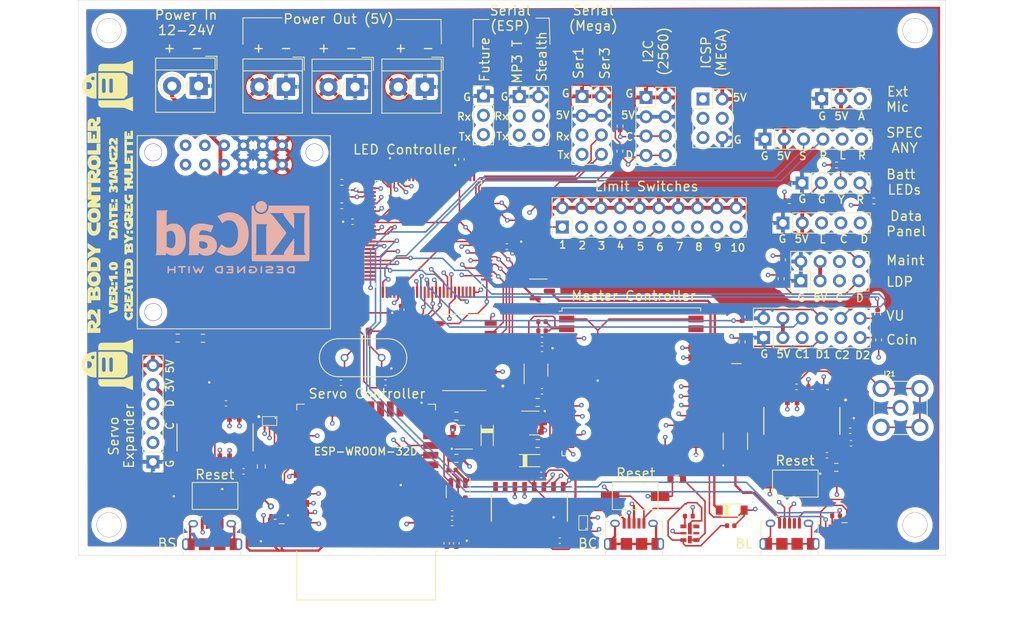
<source format=kicad_pcb>
(kicad_pcb (version 20211014) (generator pcbnew)
  (title_block (title "R2D2 LED Controller") (date "2022-01-26") (rev "1.0") (comment 1 "Created by Greg Hulette"))
  (layers (0 "F.Cu" signal) (1 "In1.Cu" signal) (2 "In2.Cu" signal) (31 "B.Cu" signal) (34 "B.Paste" user) (35 "F.Paste" user) (36 "B.SilkS" user "B.Silkscreen") (37 "F.SilkS" user "F.Silkscreen") (38 "B.Mask" user) (39 "F.Mask" user) (44 "Edge.Cuts" user))
  (net 0 "")
  (net 1 "+12V")
  (net 2 "GND")
  (net 3 "+5V")
  (net 4 "MAINT_CLOCK")
  (net 5 "LDP_CLOCK")
  (net 6 "VU1_CLOCK")
  (net 7 "VU2_CLOCK")
  (net 8 "CS2_CLOCK")
  (net 9 "CS1_CLOCK")
  (net 10 "DP_DATA_IN")
  (net 11 "DP_CLOCK")
  (net 12 "DP_LOAD")
  (net 13 "SPECTRUM_RIGHT")
  (net 14 "SPECTRUM_LEFT")
  (net 15 "VU_RESET")
  (net 16 "VU_STROBE")
  (net 17 "SCL")
  (net 18 "TX1")
  (net 19 "RX1")
  (net 20 "BATTERY_LEVEL")
  (net 21 "LDP_DATA")
  (net 22 "CS1_DATA")
  (net 23 "CS2_DATA")
  (net 24 "MAINT_DATA")
  (net 25 "VU1_DATA")
  (net 26 "VU2_DATA")
  (net 27 "+5V_BL")
  (net 28 "Net-(C5-Pad1)")
  (net 29 "Net-(C6-Pad1)")
  (net 30 "RESET_BL")
  (net 31 "+3.3V_BC")
  (net 32 "RESET_BC")
  (net 33 "VIN_BC")
  (net 34 "+3.3V_BS")
  (net 35 "RESET_BS")
  (net 36 "VIN_BS")
  (net 37 "VBUS_BC")
  (net 38 "VBUS_BS")
  (net 39 "TXD0_BL")
  (net 40 "Net-(D1-Pad2)")
  (net 41 "RXD0_BL")
  (net 42 "Net-(D2-Pad2)")
  (net 45 "Net-(J21-Pad1)")
  (net 47 "Net-(J21-PadS1)")
  (net 48 "Net-(F1-Pad1)")
  (net 49 "VBUS_BL")
  (net 50 "TX3")
  (net 51 "RX3")
  (net 52 "LIMIT7")
  (net 53 "LIMIT8")
  (net 54 "LIMIT9")
  (net 55 "LIMIT10")
  (net 56 "Net-(J4-Pad7)")
  (net 57 "Net-(J4-Pad8)")
  (net 58 "Net-(J5-Pad11)")
  (net 59 "Net-(J5-Pad12)")
  (net 60 "Net-(J6-Pad2)")
  (net 61 "Net-(J6-Pad3)")
  (net 62 "Net-(J6-Pad4)")
  (net 63 "D-_BL")
  (net 64 "D+_BL")
  (net 66 "unconnected-(J10-Pad6)")
  (net 67 "EXT_MIC")
  (net 68 "D-_BC")
  (net 69 "D+_BC")
  (net 71 "unconnected-(J11-Pad6)")
  (net 72 "D-_BS")
  (net 73 "D+_BS")
  (net 74 "LIMIT1")
  (net 75 "LIMIT2")
  (net 76 "LIMIT3")
  (net 77 "LIMIT4")
  (net 78 "LIMIT5")
  (net 79 "LIMIT6")
  (net 80 "Net-(J5-Pad7)")
  (net 82 "unconnected-(J12-Pad6)")
  (net 83 "RX_MP")
  (net 84 "RX_ST")
  (net 85 "TX_MP")
  (net 86 "TX_ST")
  (net 87 "RX_FU")
  (net 88 "TX_FU")
  (net 90 "SCL_BS")
  (net 91 "SDA_BS")
  (net 92 "YELLOW_LED")
  (net 93 "XTAL1")
  (net 94 "Net-(R2-Pad1)")
  (net 95 "Net-(R3-Pad1)")
  (net 96 "GREEN_LED")
  (net 97 "RED_LED")
  (net 98 "Net-(R22-Pad1)")
  (net 99 "Net-(R25-Pad1)")
  (net 107 "RX_BL")
  (net 108 "TX_BL")
  (net 110 "Net-(J5-Pad8)")
  (net 118 "XTAL2")
  (net 169 "TX_BS")
  (net 171 "GPIO0_BC")
  (net 172 "RX_BS")
  (net 175 "TXD0_BC")
  (net 176 "RXD0_BC")
  (net 185 "DTR_BC")
  (net 186 "RTS_BC")
  (net 206 "GPIO0_BS")
  (net 210 "TXD0_BS")
  (net 211 "RXD0_BS")
  (net 219 "DTR_BS")
  (net 220 "RTS_BS")
  (net 228 "ST_LED_C_BL")
  (net 229 "ST_LED_D_BL")
  (net 231 "ST_LED_C_BC")
  (net 232 "ST_LED_D_BC")
  (net 234 "ST_LED_C_BS")
  (net 235 "ST_LED_D_BS")
  (net 237 "Net-(D3-Pad4)")
  (net 238 "Net-(D4-Pad4)")
  (net 239 "Net-(D5-Pad4)")
  (net 240 "SDA")
  (footprint "Package_TO_SOT_SMD:SOT-23" (layer "F.Cu") (at 134.93 102.603939)
    (fp_text reference "U8" hide)
    (fp_text value "CJ2301_S1" hide)
  )
  (footprint "Package_TO_SOT_SMD:SOT-23-5" (layer "F.Cu") (at 135.15 95.645108 90)
    (fp_text reference "U7" hide)
    (fp_text value "ME6211C33M5G" hide)
  )
  (footprint "Capacitor_SMD:C_0402_1005Metric" (layer "F.Cu") (at 176.58 105.27)
    (fp_text reference "C4" hide)
    (fp_text value ".1uF" hide)
  )
  (footprint "Custom:LINX_CONSMA008" (layer "F.Cu") (at 183.09 100.62)
    (fp_text reference "J21")
    (fp_text value "CONSMA008")
  )
  (footprint "Resistor_SMD:R_0402_1005Metric" (layer "F.Cu") (at 162.27 91.94 90)
    (fp_text reference "R8" hide)
    (fp_text value "220" hide)
  )
  (footprint "Capacitor_SMD:C_0402_1005Metric" (layer "F.Cu") (at 109.49 97.32 180)
    (fp_text reference "C2" hide)
    (fp_text value "20pF" hide)
  )
  (footprint "Capacitor_SMD:C_0402_1005Metric" (layer "F.Cu") (at 169.41 97.85 180)
    (fp_text reference "C5" hide)
    (fp_text value ".1uF" hide)
  )
  (footprint "Capacitor_SMD:C_0402_1005Metric" (layer "F.Cu") (at 138.28 118.08 180)
    (fp_text reference "C16" hide)
    (fp_text value "100nF" hide)
  )
  (footprint "Connector_PinHeader_2.54mm:PinHeader_2x04_P2.54mm_Vertical" (layer "F.Cu") (at 141.21 59.65)
    (fp_text reference "J1" hide)
    (fp_text value "SERIAL" hide)
  )
  (footprint "Resistor_SMD:R_0402_1005Metric" (layer "F.Cu") (at 167.57 81.14 -90)
    (fp_text reference "R7" hide)
    (fp_text value "220" hide)
  )
  (footprint "Capacitor_SMD:C_0402_1005Metric" (layer "F.Cu") (at 96.69 108.97 180)
    (fp_text reference "C23" hide)
    (fp_text value "100nF" hide)
  )
  (footprint "Capacitor_SMD:C_0402_1005Metric" (layer "F.Cu") (at 94.38 100.02)
    (fp_text reference "C22" hide)
    (fp_text value "10uF" hide)
  )
  (footprint "Resistor_SMD:R_0603_1608Metric" (layer "F.Cu") (at 112.34 90.53)
    (fp_text reference "R1" hide)
    (fp_text value "1M" hide)
  )
  (footprint "Resistor_SMD:R_0402_1005Metric" (layer "F.Cu") (at 180.22 91.68 -90)
    (fp_text reference "R9" hide)
    (fp_text value "220" hide)
  )
  (footprint "Connector_USB:USB_Micro-B_Amphenol_10118194_Horizontal" (layer "F.Cu") (at 148.045 117.21)
    (fp_text reference "J11" hide)
    (fp_text value "USB_B_Micro" hide)
  )
  (footprint "Custom:SOD3716X135N" (layer "F.Cu") (at 160.885 114.065)
    (fp_text reference "CR1" hide)
    (fp_text value "B5819W-TP" hide)
  )
  (footprint "Custom:HIROSE_U.FL-R-SMT-1(01)" (layer "F.Cu") (at 161.495 96.095)
    (fp_text reference "J22" hide)
    (fp_text value "U.FL-R-SMT-1(01)" hide)
  )
  (footprint "Custom:QFP50P1600X1600X120-100N" (layer "F.Cu") (at 121.015 77.735)
    (fp_text reference "U1" hide)
    (fp_text value "ATMEGA256016AU")
  )
  (footprint "Custom:SOIC127P600X180-16N" (layer "F.Cu") (at 92.945 104.52 -90)
    (fp_text reference "U10" hide)
    (fp_text value "CH340C")
  )
  (footprint "Capacitor_SMD:C_0402_1005Metric" (layer "F.Cu") (at 135.94 98.431385 180)
    (fp_text reference "C17" hide)
    (fp_text value "1uF" hide)
  )
  (footprint "Connector_USB:USB_Micro-B_Amphenol_10118194_Horizontal" (layer "F.Cu") (at 168.49 117.2)
    (fp_text reference "J10" hide)
    (fp_text value "USB_B_Micro" hide)
  )
  (footprint "Resistor_SMD:R_0402_1005Metric" (layer "F.Cu") (at 155.25 114.86)
    (fp_text reference "R27" hide)
    (fp_text value "220" hide)
  )
  (footprint "Custom:FUSM4632X85" (layer "F.Cu") (at 161.3785 104.9885 90)
    (fp_text reference "F1" hide)
    (fp_text value "MF-MSMF050-2" hide)
  )
  (footprint "Custom:UMT6" (layer "F.Cu") (at 100.115 102.3442 -90)
    (fp_text reference "U11" hide)
    (fp_text value "UMH3N" hide)
  )
  (footprint "LED_SMD:LED_0402_1005Metric" (layer "F.Cu") (at 109.61 71.97 180)
    (fp_text reference "D1" hide)
    (fp_text value "LED" hide)
  )
  (footprint "MountingHole:MountingHole_3.2mm_M3_DIN965_Pad" (layer "F.Cu") (at 185 116)
    (fp_text reference "REF**" hide)
    (fp_text value "MountingHole_3.2mm_M3_DIN965_Pad")
  )
  (footprint "Custom:XTAL_HC49P488W46L1150T500H350" (layer "F.Cu") (at 112.41 94.02 180)
    (fp_text reference "Y1" hide)
    (fp_text value "16MHz" hide)
  )
  (footprint "Capacitor_SMD:C_0402_1005Metric" (layer "F.Cu") (at 124.1165 108.788608)
    (fp_text reference "C24" hide)
    (fp_text value "1uF" hide)
  )
  (footprint "Connector_PinHeader_2.54mm:PinHeader_1x06_P2.54mm_Vertical" (layer "F.Cu") (at 84.77 107.72 180)
    (fp_text reference "J15" hide)
    (fp_text value "Servo Header" hide)
  )
  (footprint "Connector_PinHeader_2.54mm:PinHeader_1x03_P2.54mm_Vertical" (layer "F.Cu") (at 128.24 59.6)
    (fp_text reference "J14" hide)
    (fp_text value "Conn_01x03" hide)
  )
  (footprint "Resistor_SMD:R_0402_1005Metric" (layer "F.Cu") (at 171.49 97.82 180)
    (fp_text reference "R2" hide)
    (fp_text value "1K" hide)
  )
  (footprint "Pololu:D36V50F5-STEPDOWN" (layer "F.Cu") (at 95.415 77.515 180)
    (fp_text reference "U14" hide)
    (fp_text value "D36V50F5-STEPDOWN" hide)
  )
  (footprint "Resistor_SMD:R_0402_1005Metric" (layer "F.Cu") (at 173.5 97.82 180)
    (fp_text reference "R3" hide)
    (fp_text value "1K" hide)
  )
  (footprint "Connector_USB:USB_Micro-B_Amphenol_10118194_Horizontal" (layer "F.Cu") (at 92.565 117.25)
    (fp_text reference "J12" hide)
    (fp_text value "USB_B_Micro" hide)
  )
  (footprint "Resistor_SMD:R_0402_1005Metric" (layer "F.Cu") (at 174.68 68.67 180)
    (fp_text reference "R13" hide)
    (fp_text value "220" hide)
  )
  (footprint "Custom:SOD3716X135N" (layer "F.Cu") (at 134.3115 107.555)
    (fp_text reference "CR2" hide)
    (fp_text value "B5819W-TP" hide)
  )
  (footprint "Capacitor_SMD:C_0402_1005Metric" (layer "F.Cu") (at 135.83 109.44)
    (fp_text reference "C15" hide)
    (fp_text value "10uF" hide)
  )
  (footprint "TerminalBlock_4Ucon:TerminalBlock_4Ucon_1x02_P3.50mm_Horizontal" (layer "F.Cu") (at 120.54 58.4 180)
    (fp_text reference "J19" hide)
    (fp_text value "Screw_Terminal_01x02" hide)
  )
  (footprint "Capacitor_SMD:C_0402_1005Metric" (layer "F.Cu") (at 111.03 76.13 180)
    (fp_text reference "C9" hide)
    (fp_text value ".1uF" hide)
  )
  (footprint "Resistor_SMD:R_0603_1608Metric" (layer "F.Cu") (at 91.36 91.46)
    (fp_text reference "R19" hide)
    (fp_text value "22K")
  )
  (footprint "Resistor_SMD:R_0402_1005Metric" (layer "F.Cu") (at 167.4 83.64 90)
    (fp_text reference "R6" hide)
    (fp_text value "220" hide)
  )
  (footprint "LED_SMD:LED_0402_1005Metric" (layer "F.Cu") (at 109.61 72.99 180)
    (fp_text reference "D2" hide)
    (fp_text value "LED" hide)
  )
  (footprint "Symbol:r2" (layer "F.Cu") (at 78.82 94.9 90)
    (fp_text reference "G***" hide)
    (fp_text value "LOGO" hide)
  )
  (footprint "Package_TO_SOT_SMD:SOT-23-5" (layer "F.Cu") (at 124.9065 111.644885 -90)
    (fp_text reference "U12" hide)
    (fp_text value "ME6211C33M5G" hide)
  )
  (footprint "Resistor_SMD:R_0603_1608Metric" (layer "F.Cu") (at 153.66 109.99 180)
    (fp_text reference "R20" hide)
    (fp_text value "10K" hide)
  )
  (footprint "TerminalBlock_4Ucon:TerminalBlock_4Ucon_1x02_P3.50mm_Horizontal" (layer "F.Cu") (at 90.79 58.28 180)
    (fp_text reference "J16" hide)
    (fp_text value "Screw_Terminal_01x02")
  )
  (footprint "RF_Module:ESP32-WROOM-32U" (layer "F.Cu") (at 147.69 97.19)
    (fp_text reference "U4" hide)
    (fp_text value "ESP32-WROOM-32U_16MB_")
  )
  (footprint "Custom:SOIC127P600X180-16N" (layer "F.Cu") (at 170.115 102.33 -90)
    (fp_text reference "U2" hide)
    (fp_text value "CH340C" hide)
  )
  (footprint "Custom:SOIC127P762X240-14N" (layer "F.Cu") (at 125.7 93.33 180)
    (fp_text reference "RN1" hide)
    (fp_text value "10K" hide)
  )
  (footprint "Connector_PinHeader_2.54mm:PinHeader_1x05_P2.54mm_Vertical" (layer "F.Cu") (at 167.63 76.298 90)
    (fp_text reference "J7" hide)
    (fp_text value "Data Panel/ CBI" hide)
  )
  (footprint "Capacitor_SMD:C_0402_1005Metric" (layer "F.Cu") (at 115.36 97.29)
    (fp_text reference "C1" hide)
    (fp_text value "20pF" hide)
  )
  (footprint "Custom:GT-TC057A-H050-L1" (layer "F.Cu") (at 92.945 112.195 180)
    (fp_text reference "SW3" hide)
    (fp_text value "SW_Push" hide)
  )
  (footprint "Resistor_SMD:R_0603_1608Metric" (layer "F.Cu") (at 135.37 99.897662)
    (fp_text reference "R21" hide)
    (fp_text value "100K" hide)
  )
  (footprint "Capacitor_SMD:C_0402_1005Metric" (layer "F.Cu") (at 173.41 106.84)
    (fp_text reference "C6" hide)
    (fp_text value ".1uF" hide)
  )
  (footprint "Package_TO_SOT_SMD:SOT-23" (layer "F.Cu") (at 135.98 85.24)
    (fp_text reference "U3" hide)
    (fp_text value "CJ2301_S1" hide)
  )
  (footprint "Symbol:r2" (layer "F.Cu") (at 78.82 58.22 90)
    (fp_text reference "G***" hide)
    (fp_text value "LOGO" hide)
  )
  (footprint "Resistor_SMD:R_0402_1005Metric" (layer "F.Cu") (at 109.61 74.04 180)
    (fp_text reference "R16" hide)
    (fp_text value "1K" hide)
  )
  (footprint "Capacitor_SMD:C_0402_1005Metric" (layer "F.Cu") (at 135.94 92.858831)
    (fp_text reference "C18" hide)
    (fp_text value "1uF" hide)
  )
  (footprint "TerminalBlock_4Ucon:TerminalBlock_4Ucon_1x02_P3.50mm_Horizontal" (layer "F.Cu") (at 102.27 58.39 180)
    (fp_text reference "J17" hide)
    (fp_text value "Screw_Terminal_01x02" hide)
  )
  (footprint "Resistor_SMD:R_0402_1005Metric" (layer "F.Cu") (at 146.21 63.55 -90)
    (fp_text reference "R5" hide)
    (fp_text value "10K" hide)
  )
  (footprint "Capacitor_SMD:C_0402_1005Metric" (layer "F.Cu") (at 124.1165 114.501162 180)
    (fp_text reference "C25" hide)
    (fp_text value "1uF" hide)
  )
  (footprint "Resistor_SMD:R_0603_1608Metric" (layer "F.Cu") (at 174.64 108.44)
    (fp_text reference "R17" hide)
    (fp_text value "10K" hide)
  )
  (footprint "Connector_PinHeader_2.54mm:PinHeader_2x04_P2.54mm_Vertical" (layer "F.Cu") (at 149.62 59.79)
    (fp_text reference "J2" hide)
    (fp_text value "I2C" hide)
  )
  (footprint "Resistor_SMD:R_0402_1005Metric" (layer "F.Cu") (at 162.25 88.66 90)
    (fp_text reference "R10" hide)
    (fp_text value "220" hide)
  )
  (footprint "Connector_PinHeader_2.54mm:PinHeader_2x06_P2.54mm_Vertical" (layer "F.Cu") (at 165.08 91.374 90)
    (fp_text reference "J5" hide)
    (fp_text value "COIN/VU" hide)
  )
  (footprint "Connector_PinHeader_2.54mm:PinHeader_1x04_P2.54mm_Vertical" (layer "F.Cu") (at 170.13 71.04 90)
    (fp_text reference "J6" hide)
    (fp_text value "Batt Level LEDS" hide)
  )
  (footprint "Capacitor_SMD:C_0402_1005Metric" (layer "F.Cu") (at 124.676284 118.4165 -90)
    (fp_text reference "C19" hide)
    (fp_text value "10uF" hide)
  )
  (footprint "MountingHole:MountingHole_3.2mm_M3_DIN965_Pad" (layer "F.Cu") (at 185 51)
    (fp_text reference "REF**" hide)
    (fp_text value "MountingHole_3.2mm_M3_DIN965_Pad")
  )
  (footprint "MountingHole:MountingHole_3.2mm_M3_DIN965_Pad" (layer "F.Cu") (at 79 116)
    (fp_text reference "REF**" hide)
    (fp_text value "MountingHole_3.2mm_M3_DIN965_Pad")
  )
  (footprint "MountingHole:MountingHole_3.2mm_M3_DIN965_Pad" (layer "F.Cu") (at 79 51)
    (fp_text reference "REF**" hide)
    (fp_text value "MountingHole_3.2mm_M3_DIN965_Pad")
  )
  (footprint "Resistor_SMD:R_0603_1608Metric" (layer "F.Cu") (at 124.6865 101.699777)
    (fp_text reference "R25" hide)
    (fp_text value "100K" hide)
  )
  (footprint "LED_SMD:LED-APA102-2020" (layer "F.Cu") (at 100.87 117.26 180)
    (fp_text reference "D5" hide)
    (fp_text value "APA102-2020")
  )
  (footprint "Custom:UMT6" (layer "F.Cu") (at 141.3658 115.7458 180)
    (fp_text reference "U6" hide)
    (fp_text value "UMH3N" hide)
  )
  (footprint "Connector_PinHeader_2.54mm:PinHeader_1x03_P2.54mm_Vertical" (layer "F.Cu") (at 172.72 59.95 90)
    (fp_text reference "J9" hide)
    (fp_text value "Ext Mic")
  )
  (footprint "Custom:GT-TC057A-H050-L1" (layer "F.Cu") (at 169.255 110.575)
    (fp_text reference "SW1" hide)
    (fp_text value "SW_Push")
  )
  (footprint "Resistor_SMD:R_0402_1005Metric" (layer "F.Cu") (at 109.61 70.96 180)
    (fp_text reference "R15" hide)
    (fp_text value "1K" hide)
  )
  (footprint "Connector_PinHeader_2.54mm:PinHeader_2x04_P2.54mm_Vertical" (layer "F.Cu") (at 169.98 83.906 90)
    (fp_text reference "J4" hide)
    (fp_text value "LDP/MAINT" hide)
  )
  (footprint "Capacitor_SMD:C_0402_1005Metric" (layer "F.Cu") (at 135.94 91.662554 180)
    (fp_text reference "C14" hide)
    (fp_text value "100nF" hide)
  )
  (footprint "Package_TO_SOT_SMD:SOT-23" (layer "F.Cu") (at 125.1265 104.476054 180)
    (fp_text reference "U13" hide)
    (fp_text value "CJ2301_S1" hide)
  )
  (footprint "Resistor_SMD:R_0402_1005Metric" (layer "F.Cu") (at 168.47 73.37 180)
    (fp_text reference "R12" hide)
    (fp_text value "220" hide)
  )
  (footprint "Resistor_SMD:R_0402_1005Metric" (layer "F.Cu") (at 179.58 73.41 180)
    (fp_text reference "R14" hide)
    (fp_text value "220" hide)
  )
  (footprint "Capacitor_SMD:C_0402_1005Metric" (layer "F.Cu") (at 176.47 103.62)
    (fp_text reference "C3" hide)
    (fp_text value "10uF" hide)
  )
  (footprint "Resistor_SMD:R_0603_1608Metric" (layer "F.Cu") (at 124.6865 107.252331 180)
    (fp_text reference "R24" hide)
    (fp_text value "100K" hide)
  )
  (footprint "Resistor_SMD:R_0603_1608Metric" (layer "F.Cu") (at 88.03 91.44)
    (fp_text reference "R18" hide)
    (fp_text value "57K")
  )
  (footprint "Capacitor_SMD:C_0402_1005Metric" (layer "F.Cu") (at 124.1165 115.767439)
    (fp_text reference "C21" hide)
    (fp_text value "100nF" hide)
  )
  (footprint "Resistor_SMD:R_0402_1005Metric" (layer "F.Cu") (at 146.19 66.85 -90)
    (fp_text reference "R4" hide)
    (fp_text value "10K" hide)
  )
  (footprint "Connector_PinHeader_2.54mm:PinHeader_2x03_P2.54mm_Vertical" (layer "F.Cu") (at 157.11 59.99)
    (fp_text reference "J20" hide)
    (fp_text value "ICSP" hide)
  )
  (footprint "Capacitor_SMD:C_0402_1005Metric" (layer "F.Cu") (at 125.34 67.91 90)
    (fp_text reference "C11" hide)
    (fp_text value ".1uF" hide)
  )
  (footprint "Capacitor_SMD:C_0402_1005Metric" (layer "F.Cu") (at 131.31 79.4)
    (fp_text reference "C8" hide)
    (fp_text value ".1uF" hide)
  )
  (footprint "Resistor_SMD:R_0402_1005Metric" (layer "F.Cu") (at 180.09 88.27 -90)
    (fp_text reference "R11" hide)
    (fp_text value "220" hide)
  )
  (footprint "Connector_PinHeader_2.54mm:PinHeader_2x03_P2.54mm_Vertical" (layer "F.Cu") (at 132.95 59.68)
    (fp_text reference "J13" hide)
    (fp_text value "Conn_02x03_Odd_Even" hide)
  )
  (footprint "Capacitor_SMD:C_0402_1005Metric" (layer "F.Cu") (at 135.94 90.466277 180)
    (fp_text reference "C12" hide)
    (fp_text value "10uF" hide)
  )
  (footprint "TerminalBlock_4Ucon:TerminalBlock_4Ucon_1x02_P3.50mm_Horizontal" (layer "F.Cu") (at 111.36 58.42 180)
    (fp_text reference "J18" hide)
    (fp_text value "Screw_Terminal_01x02" hide)
  )
  (footprint "Connector_PinHeader_2.54mm:PinHeader_2x10_P2.54mm_Vertical" (layer "F.Cu") (at 138.61 76.84 90)
    (fp_text reference "J3" hide)
    (fp_text value "Conn_02x10_Odd_Even")
  )
  (footprint "Resistor_SMD:R_0603_1608Metric" (layer "F.Cu") (at 135.37 105.310216 180)
    (fp_text reference "R22" hide)
    (fp_text value "100K" hide)
  )
  (footprint "Capacitor_SMD:C_0402_1005Metric" (layer "F.Cu") (at 135.94 89.27 180)
    (fp_text reference "C13" hide)
    (fp_text value "100nF" hide)
  )
  (footprint "RF_Module:ESP32-WROOM-32" (layer "F.Cu") (at 112.81 110.01 180)
    (fp_text reference "U9" hide)
    (fp_text value "ESP32-WROOM-32D_16MB_" hide)
  )
  (footprint "Capacitor_SMD:C_0402_1005Metric" (layer "F.Cu") (at 123.41 118.4165 -90)
    (fp_text reference "C20" hide)
    (fp_text value "100nF" hide)
  )
  (footprint "LED_SMD:LED-APA102-2020" (layer "F.Cu") (at 155.39 117.1 180)
    (fp_text reference "D4" hide)
    (fp_text value "APA102-2020" hide)
  )
  (footprint "Capacitor_SMD:C_0402_1005Metric" (layer "F.Cu") (at 160.76 116.11 180)
    (fp_text reference "C7" hide)
    (fp_text value ".1uF" hide)
  )
  (footprint "Connector_PinHeader_2.54mm:PinHeader_1x06_P2.54mm_Vertical" (layer "F.Cu") (at 165.26 65.272 90)
    (fp_text reference "J8" hide)
    (fp_text value "Spectrum Analyzer")
  )
  (footprint "Custom:SOIC127P600X180-16N" (layer "F.Cu") (at 134.28 113.76 -90)
    (fp_text reference "U5" hide)
    (fp_text value "CH340C" hide)
  )
  (footprint "Logos:BodyController" (layer "F.Cu") (at 79.147479 76.57 90)
    (fp_text reference "G***" hide)
    (fp_text value "LOGO" hide)
  )
  (footprint "Capacitor_SMD:C_0402_1005Metric" (layer "F.Cu") (at 117.42 87.7 -90)
    (fp_text reference "C10" hide)
    (fp_text value ".1uF" hide)
  )
  (footprint "LED_SMD:LED-APA102-2020" (layer "F.Cu") (at 174.87 117.12 180)
    (fp_text reference "D3" hide)
    (fp_text value "APA102-2020" hide)
  )
  (footprint "Resistor_SMD:R_0603_1608Metric" (layer "F.Cu") (at 99.03 108.32 -90)
    (fp_text reference "R23" hide)
    (fp_text value "10K" hide)
  )
  (footprint "Resistor_SMD:R_0402_1005Metric" (layer "F.Cu") (at 100.84 114.89)
    (fp_text reference "R28" hide)
    (fp_text value "220")
  )
  (footprint "Custom:GT-TC057A-H050-L1" (layer "F.Cu") (at 148.195 112.225 180)
    (fp_text reference "SW2" hide)
    (fp_text value "SW_Push")
  )
  (footprint "Custom:SOD3716X135N" (layer "F.Cu") (at 128.735 104.235 -90)
    (fp_text reference "CR3" hide)
    (fp_text value "B5819W-TP" hide)
  )
  (footprint "Resistor_SMD:R_0402_1005Metric" (layer "F.Cu") (at 174.61 114.81)
    (fp_text reference "R26" hide)
    (fp_text value "220" hide)
  )
  (footprint "Symbol:KiCad-Logo2_8mm_SilkScreen" (layer "B.Cu") (at 95.24 77.35 180)
    (fp_text reference "REF**" hide)
    (fp_text value "KiCad-Logo2_8mm_SilkScreen" hide)
  )
  (gr_line (start 136.9 49.36) (end 136.99 52.79) (layer "F.SilkS") (width 0.12))
  (gr_line (start 128.95 49.54) (end 126.88 49.54) (layer "F.SilkS") (width 0.12))
  (gr_line (start 96.61 49.32) (end 101.75 49.32) (layer "F.SilkS") (width 0.12))
  (gr_line (start 96.61 52.79) (end 96.61 49.32) (layer "F.SilkS") (width 0.12))
  (gr_line (start 122.66 49.54) (end 122.71 52.75) (layer "F.SilkS") (width 0.12))
  (gr_line (start 126.88 49.54) (end 126.88 53.19) (layer "F.SilkS") (width 0.12))
  (gr_line (start 116.77 49.54) (end 122.66 49.54) (layer "F.SilkS") (width 0.12))
  (gr_line (start 135.14 49.36) (end 136.9 49.36) (layer "F.SilkS") (width 0.12))
  (gr_line (start 75 120) (end 189 120) (layer "Edge.Cuts") (width 0.05))
  (gr_line (start 189 120) (end 189 47) (layer "Edge.Cuts") (width 0.05))
  (gr_line (start 189 47) (end 75 47) (layer "Edge.Cuts") (width 0.05))
  (gr_line (start 75 47) (end 75 120) (layer "Edge.Cuts") (width 0.05))
  (gr_text "Serial\n(Mega)" (at 142.68 49.36) (layer "F.SilkS") (effects (font (size 1.25 1.25) (thickness 0.175))))
  (gr_text "5V" (at 170.08 78.4) (layer "F.SilkS") (effects (font (size 1 1) (thickness 0.175))))
  (gr_text "5V" (at 87.01 95.15 90) (layer "F.SilkS") (effects (font (size 1 1) (thickness 0.175))))
  (gr_text "D" (at 87.01 99.99 90) (layer "F.SilkS") (effects (font (size 1 1) (thickness 0.175))))
  (gr_text "C2" (at 175.41 93.67) (layer "F.SilkS") (effects (font (size 1 1) (thickness 0.175))))
  (gr_text "Rx" (at 125.68 62.32) (layer "F.SilkS") (effects (font (size 1 1) (thickness 0.175))))
  (gr_text "3V" (at 87.01 97.63 90) (layer "F.SilkS") (effects (font (size 1 1) (thickness 0.175))))
  (gr_text "LDP" (at 182.980238 84.04) (layer "F.SilkS") (effects (font (size 1.25 1.25) (thickness 0.175))))
  (gr_text "G" (at 165.17 93.54) (layer "F.SilkS") (effects (font (size 1 1) (thickness 0.175))))
  (gr_text "Stealth" (at 135.9 54.4 90) (layer "F.SilkS") (effects (font (size 1.25 1.25) (thickness 0.175))))
  (gr_text "+" (at 117.35 53.27) (layer "F.SilkS") (effects (font (size 1.25 1.25) (thickness 0.175))))
  (gr_text "Reset" (at 148.27 109.2) (layer "F.SilkS") (effects (font (size 1.25 1.25) (thickness 0.175))))
  (gr_text "-" (at 102.28 53.27) (layer "F.SilkS") (effects (font (size 1.25 1.25) (thickness 0.175))))
  (gr_text "D" (at 177.75 86.18) (layer "F.SilkS") (effects (font (size 1 1) (thickness 0.175))))
  (gr_text "5V" (at 167.74 67.49) (layer "F.SilkS") (effects (font (size 1 1) (thickness 0.175))))
  (gr_text "+" (at 107.25 53.27) (layer "F.SilkS") (effects (font (size 1.25 1.25) (thickness 0.175))))
  (gr_text "D" (at 178.33 78.45) (layer "F.SilkS") (effects (font (size 1 1) (thickness 0.175))))
  (gr_text "G" (at 172.79 62.25) (layer "F.SilkS") (effects (font (size 1 1) (thickness 0.175))))
  (gr_text "ICSP\n(MEGA)" (at 158.53 53.89 90) (layer "F.SilkS") (effects (font (size 1.25 1.25) (thickness 0.175))))
  (gr_text "MP3 T" (at 132.68 55.1 90) (layer "F.SilkS") (effects (font (size 1.25 1.25) (thickness 0.175))))
  (gr_text "1" (at 138.67 79.15) (layer "F.SilkS") (effects (font (size 1 1) (thickness 0.175))))
  (gr_text "LED Controller" (at 117.92 66.65) (layer "F.SilkS") (effects (font (size 1.25 1.25) (thickness 0.175))))
  (gr_text "A" (at 177.96 62.25) (layer "F.SilkS") (effects (font (size 1 1) (thickness 0.175))))
  (gr_text "R" (at 172.94 67.45) (layer "F.SilkS") (effects (font (size 1 1) (thickness 0.175))))
  (gr_text "Rx" (at 138.655238 64.94) (layer "F.SilkS") (effects (font (size 1 1) (thickness 0.175))))
  (gr_text "Maint" (at 183.724286 81.21) (layer "F.SilkS") (effects (font (size 1.25 1.25) (thickness 0.175))))
  (gr_text "Reset" (at 92.91 109.39) (layer "F.SilkS") (effects (font (size 1.25 1.25) (thickness 0.175))))
  (gr_text "5" (at 148.9 79.39) (layer "F.SilkS") (effects (font (size 1 1) (thickness 0.175))))
  (gr_text "9" (at 159.05 79.5) (layer "F.SilkS") (effects (font (size 1 1) (thickness 0.175))))
  (gr_text "Future" (at 128.39 54.8 90) (layer "F.SilkS") (effects (font (size 1.25 1.25) (thickness 0.175))))
  (gr_text "5V" (at 167.69 93.54) (layer "F.SilkS") (effects (font (size 1 1) (thickness 0.175))))
  (gr_text "Tx" (at 138.774285 67.35) (layer "F.SilkS") (effects (font (size 1 1) (thickness 0.175))))
  (gr_text "G" (at 87.01 107.96 90) (layer "F.SilkS") (effects (font (size 1 1) (thickness 0.175))))
  (gr_text "G" (at 147.43 59.29) (layer "F.SilkS") (effects (font (size 1 1) (thickness 0.175))))
  (gr_text "D1" (at 172.89 93.58) (layer "F.SilkS") (effects (font (size 1 1) (thickness 0.175))))
  (gr_text "+" (at 98.67 53.27) (layer "F.SilkS") (effects (font (size 1.25 1.25) (thickness 0.175))))
  (gr_text "BS" (at 86.63 118.45) (layer "F.SilkS") (effects (font (size 1.25 1.25) (thickness 0.175))))
  (gr_text "5V" (at 138.655238 62.13) (layer "F.SilkS") (effects (font (size 1 1) (thickness 0.175))))
  (gr_text "Power In\n12-24V" (at 89.13 49.95) (layer "F.SilkS") (effects (font (size 1.25 1.25) (thickness 0.175))))
  (gr_text "G" (at 131.01 59.7) (layer "F.SilkS") (effects (font (size 1 1) (thickness 0.175))))
  (gr_text "-" (at 120.96 53.27) (layer "F.SilkS") (effects (font (size 1.25 1.25) (thickness 0.175))))
  (gr_text "D2" (at 178.11 93.7) (layer "F.SilkS") (effects (font (size 1 1) (thickness 0.175))))
  (gr_text "Tx" (at 125.799047 64.97) (layer "F.SilkS") (effects (font (size 1 1) (thickness 0.175))))
  (gr_text "Coin" (at 183.277857 91.65) (layer "F.SilkS") (effects (font (size 1.25 1.25) (thickness 0.175))))
  (gr_text "6" (at 151.45 79.46) (layer "F.SilkS") (effects (font (size 1 1) (thickness 0.175))))
  (gr_text "G" (at 167.56 78.4) (layer "F.SilkS") (effects (font (size 1 1) (thickness 0.175))))
  (gr_text "R" (at 178.02 67.45) (layer "F.SilkS") (effects (font (size 1 1) (thickness 0.175))))
  (gr_text "G" (at 139.06 59.26) (layer "F.SilkS") (effects (font (size 1 1) (thickness 0.175))))
  (gr_text "Limit Switches" (at 149.7 71.49) (layer "F.SilkS") (effects (font (size 1.25 1.25) (thickness 0.175))))
  (gr_text "10\n" (at 161.7 79.55) (layer "F.SilkS") (effects (font (size 1 1) (thickness 0.175))))
  (gr_text "Ser3" (at 144.2 55.29 90) (layer "F.SilkS") (effects (font (size 1.25 1.25) (thickness 0.175))))
  (gr_text "C" (at 175.05 86.15) (layer "F.SilkS") (effects (font (size 1 1) (thickness 0.175))))
  (gr_text "2" (at 141.24 79.25) (layer "F.SilkS") (effects (font (size 1 1) (thickness 0.175))))
  (gr_text "Rx" (at 130.605238 62.26) (layer "F.SilkS") (effects (font (size 1 1) (thickness 0.175))))
  (gr_text "Data\nPanel" (at 183.843333 76.39) (layer "F.SilkS") (effects (font (size 1.25 1.25) (thickness 0.175))))
  (gr_text "5V" (at 175.31 62.25) (layer "F.SilkS") (effects (font (size 1 1) (thickness 0.175))))
  (gr_text "VU" (at 182.414762 88.5) (layer "F.SilkS") (effects (font (size 1.25 1.25) (thickness 0.175))))
  (gr_text "Serial\n(ESP)" (at 131.76 49.38) (layer "F.SilkS") (effects (font (size 1.25 1.25) (thickness 0.175))))
  (gr_text "SPEC\nANY" (at 183.635 65.43) (layer "F.SilkS") (effects (font (size 1.25 1.25) (thickness 0.175))))
  (gr_text "G" (at 170.17 73.15) (layer "F.SilkS") (effects (font (size 1 1) (thickness 0.175))))
  (gr_text "D" (at 147.43 67.38) (layer "F.SilkS") (effects (font (size 1 1) (thickness 0.175))))
  (gr_text "Servo\nExpander" (at 80.62 104.33 90) (layer "F.SilkS") (effects (font (size 1.25 1.25) (thickness 0.175))))
  (gr_text "L" (at 175.47 67.42) (layer "F.SilkS") (effects (font (size 1 1) (thickness 0.175))))
  (gr_text "Tx" (at 130.724285 64.91) (layer "F.SilkS") (effects (font (size 1 1) (thickness 0.175))))
  (gr_text "R" (at 177.79 73.27) (layer "F.SilkS") (effects (font (size 1 1) (thickness 0.175))))
  (gr_text "7" (at 154.04 79.41) (layer "F.SilkS") (effects (font (size 1 1) (thickness 0.175))))
  (gr_text "Batt \nLEDs" (at 183.605238 70.92) (layer "F.SilkS") (effects (font (size 1.25 1.25) (thickness 0.175))))
  (gr_text "S" (at 170.24 67.5) (layer "F.SilkS") (effects (font (size 1 1) (thickness 0.175))))
  (gr_text "G" (at 170.03 86.14) (layer "F.SilkS") (effects (font (size 1 1) (thickness 0.175))))
  (gr_text "5V" (at 172.55 86.14) (layer "F.SilkS") (effects (font (size 1 1) (thickness 0.175))))
  (gr_text "-" (at 110.86 53.27) (layer "F.SilkS") (effects (font (size 1.25 1.25) (thickness 0.175))))
  (gr_text "G" (at 165.22 67.49) (layer "F.SilkS") (effects (font (size 1 1) (thickness 0.175))))
  (gr_text "Ext\nMic" (at 182.71 60.04) (layer "F.SilkS") (effects (font (size 1.25 1.2) (thickness 0.175))))
  (gr_text "Reset" (at 169.22 107.55) (layer "F.SilkS") (effects (font (size 1.25 1.25) (thickness 0.175))))
  (gr_text "8" (at 156.57 79.46) (layer "F.SilkS") (effects (font (size 1 1) (thickness 0.175))))
  (gr_text "Y" (at 175.3 73.25) (layer "F.SilkS") (effects (font (size 1 1) (thickness 0.175))))
  (gr_text "C" (at 87.01 102.99 90) (layer "F.SilkS") (effects (font (size 1 1) (thickness 0.175))))
  (gr_text "G" (at 161.674762 65.36) (layer "F.SilkS") (effects (font (size 1 1) (thickness 0.175))))
  (gr_text "Ser1" (at 140.73 55.24 90) (layer "F.SilkS") (effects (font (size 1.25 1.25) (thickness 0.175))))
  (gr_text "+" (at 86.96 53.27) (layer "F.SilkS") (effects (font (size 1.25 1.25) (thickness 0.175))))
  (gr_text "Power Out (5V)" (at 109.19 49.47) (layer "F.SilkS") (effects (font (size 1.25 1.25) (thickness 0.175))))
  (gr_text "-" (at 90.57 53.27) (layer "F.SilkS") (effects (font (size 1.25 1.25) (thickness 0.175))))
  (gr_text "BL" (at 162.52 118.48) (layer "F.SilkS") (effects (font (size 1.25 1.25) (thickness 0.175))))
  (gr_text "C" (at 175.63 78.42) (layer "F.SilkS") (effects (font (size 1 1) (thickness 0.175))))
  (gr_text "4" (at 146.25 79.34) (layer "F.SilkS") (effects (font (size 1 1) (thickness 0.175))))
  (gr_text "5V" (at 161.95 59.81) (layer "F.SilkS") (effects (font (size 1 1) (thickness 0.175))))
  (gr_text "G" (at 126.084762 59.76) (layer "F.SilkS") (effects (font (size 1 1) (thickness 0.175))))
  (gr_text "5V" (at 147.255238 62.12) (layer "F.SilkS") (effects (font (size 1 1) (thickness 0.175))))
  (gr_text "L" (at 172.84 78.47) (layer "F.SilkS") (effects (font (size 1 1) (thickness 0.175))))
  (gr_text "ESP-WROOM-32D" (at 112.77 106.35) (layer "F.SilkS") (effects (font (size 1 1) (thickness 0.175))))
  (gr_text "I2C\n(2560)" (at 150.92 53.73 90) (layer "F.SilkS") (effects (font (size 1.25 1.25) (thickness 0.175))))
  (gr_text "C" (at 147.43 64.97) (layer "F.SilkS") (effects (font (size 1 1) (thickness 0.175))))
  (gr_text "Master Controller" (at 147.98 85.89) (layer "F.SilkS") (effects (font (size 1.25 1.25) (thickness 0.175))))
  (gr_text "G" (at 172.73 73.2) (layer "F.SilkS") (effects (font (size 1 1) (thickness 0.175))))
  (gr_text "C1" (at 170.19 93.55) (layer "F.SilkS") (effects (font (size 1 1) (thickness 0.175))))
  (gr_text "Servo Controller" (at 112.92 98.75) (layer "F.SilkS") (effects (font (size 1.25 1.25) (thickness 0.175))))
  (gr_text "BC" (at 141.96 118.45) (layer "F.SilkS") (effects (font (size 1.25 1.25) (thickness 0.175))))
  (gr_text "3" (at 143.77 79.3) (layer "F.SilkS") (effects (font (size 1 1) (thickness 0.175))))
  (segment (start 93.645 85) (end 93.645 68.625) (width 0.5) (layer "F.Cu") (net 1))
  (segment (start 87.205 91.44) (end 93.645 85) (width 0.5) (layer "F.Cu") (net 1))
  (segment (start 87.29 59.73) (end 93.645 66.085) (width 0.5) (layer "F.Cu") (net 1))
  (segment (start 87.29 58.28) (end 87.29 59.73) (width 0.5) (layer "F.Cu") (net 1))
  (segment (start 93.645 66.085) (end 93.645 68.625) (width 0.5) (layer "F.Cu") (net 1))
  (segment (start 123.6365 107.477331) (end 123.8615 107.252331) (width 0.2) (layer "F.Cu") (net 2))
  (segment (start 144.905 111.805) (end 144.12 111) (width 0.2) (layer "F.Cu") (net 2))
  (segment (start 136.195 100.925) (end 136.31 101.04) (width 0.2) (layer "F.Cu") (net 2))
  (segment (start 137.8 118.08) (end 138.11 117.77) (width 0.2) (layer "F.Cu") (net 2))
  (segment (start 136.42 92.622554) (end 135.46 91.662554) (width 0.2) (layer "F.Cu") (net 2))
  (segment (start 124.9065 110.507385) (end 124.9065 110.030183) (width 0.2) (layer "F.Cu") (net 2))
  (segment (start 154.904039 113.24452) (end 154.73548 113.24452) (width 0.2) (layer "F.Cu") (net 2))
  (segment (start 87.565 112.195) (end 87.52 112.24) (width 0.2) (layer "F.Cu") (net 2))
  (segment (start 143.27 90.42) (end 143.27 97.03) (width 0.2) (layer "F.Cu") (net 2))
  (segment (start 100.87 116.67) (end 100.87 115.960978) (width 0.2) (layer "F.Cu") (net 2))
  (segment (start 118.11548 88.11) (end 118.04548 88.18) (width 0.2) (layer "F.Cu") (net 2))
  (segment (start 144.905 112.225) (end 144.905 111.805) (width 0.2) (layer "F.Cu") (net 2))
  (segment (start 124.676284 118.8965) (end 125.2435 118.8965) (width 0.2) (layer "F.Cu") (net 2))
  (segment (start 174.87 115.820978) (end 175.080978 115.61) (width 0.2) (layer "F.Cu") (net 2))
  (segment (start 118.015 85.405) (end 118.015 86.905) (width 0.2) (layer "F.Cu") (net 2))
  (segment (start 124.9065 110.507385) (end 124.9065 113.130602) (width 0.2) (layer "F.Cu") (net 2))
  (segment (start 108.33 91.73) (end 108.33 94.66) (width 0.2) (layer "F.Cu") (net 2))
  (segment (start 146.69 96.435) (end 143.865 96.435) (width 0.2) (layer "F.Cu") (net 2))
  (segment (start 120.11 99.94) (end 119.34 99.94) (width 0.2) (layer "F.Cu") (net 2))
  (segment (start 174.57952 99.56048) (end 174.56 99.58) (width 0.2) (layer "F.Cu") (net 2))
  (segment (start 139.52 110.13) (end 139.51 110.225) (width 0.2) (layer "F.Cu") (net 2))
  (segment (start 149.345 115.81) (end 149.345 113.977162) (width 0.2) (layer "F.Cu") (net 2))
  (segment (start 123.41 118.8965) (end 124.676284 118.8965) (width 0.2) (layer "F.Cu") (net 2))
  (segment (start 116.25 88.12) (end 111.94 88.12) (width 0.2) (layer "F.Cu") (net 2))
  (segment (start 100.87 115.960978) (end 101.320978 115.51) (width 0.2) (layer "F.Cu") (net 2))
  (segment (start 169.79 114.925) (end 170.405 114.31) (width 0.2) (layer "F.Cu") (net 2))
  (segment (start 115.515 70.065) (end 115.515 68.935) (width 0.2) (layer "F.Cu") (net 2))
  (segment (start 124.9065 113.130602) (end 123.6365 114.400602) (width 0.2) (layer "F.Cu") (net 2))
  (segment (start 127.07 97.14) (end 129.195 97.14) (width 0.2) (layer "F.Cu") (net 2))
  (segment (start 124.97 99.24) (end 127.07 97.14) (width 0.2) (layer "F.Cu") (net 2))
  (segment (start 176.019991 115.530009) (end 176.019991 114.044997) (width 0.2) (layer "F.Cu") (net 2))
  (segment (start 100.02 118.16) (end 98.97 118.16) (width 0.2) (layer "F.Cu") (net 2))
  (segment (start 152.530489 115.449511) (end 152.530489 117.450489) (width 0.2) (layer "F.Cu") (net 2))
  (segment (start 173.45 113.44) (end 172.58 114.31) (width 0.2) (layer "F.Cu") (net 2))
  (segment (start 111.995 76.735) (end 111.99048 76.73952) (width 0.2) (layer "F.Cu") (net 2))
  (segment (start 118.11548 87.00548) (end 118.11548 88.11) (width 0.2) (layer "F.Cu") (net 2))
  (segment (start 152.530489 117.450489) (end 153.08 118) (width 0.2) (layer "F.Cu") (net 2))
  (segment (start 124.515 70.065) (end 124.515 68.695) (width 0.2) (layer "F.Cu") (net 2))
  (segment (start 121.31 118.265) (end 122.7785 118.265) (width 0.2) (layer "F.Cu") (net 2))
  (segment (start 175.94 115.61) (end 176.019991 115.530009) (width 0.2) (layer "F.Cu") (net 2))
  (segment (start 136.42 92.858831) (end 137.231169 92.858831) (width 0.2) (layer "F.Cu") (net 2))
  (segment (start 174.299511 118.749511) (end 176.310489 118.749511) (width 0.2) (layer "F.Cu") (net 2))
  (segment (start 159.46 116.11) (end 156.82 118.75) (width 0.2) (layer "F.Cu") (net 2))
  (segment (start 92.185 97.265) (end 92.185 97.345) (width 0.2) (layer "F.Cu") (net 2))
  (segment (start 142.495489 105.145489) (end 143.19 104.450978) (width 0.2) (layer "F.Cu") (net 2))
  (segment (start 110.89952 76.73952) (end 110.55 76.39) (width 0.2) (layer "F.Cu") (net 2))
  (segment (start 93.89 111.29) (end 96.21 108.97) (width 0.2) (layer "F.Cu") (net 2))
  (segment (start 136.195 98.656385) (end 136.42 98.431385) (width 0.2) (layer "F.Cu") (net 2))
  (segment (start 123.6365 114.807439) (end 124.5965 115.767439) (width 0.2) (layer "F.Cu") (net 2))
  (segment (start 118.015 86.905) (end 118.11548 87.00548) (width 0.2) (layer "F.Cu") (net 2))
  (segment (start 125.2435 118.8965) (end 126.05 118.09) (width 0.2) (layer "F.Cu") (net 2))
  (segment (start 123.8615 106.2185) (end 124.07 106) (width 0.2) (layer "F.Cu") (net 2))
  (segment (start 156.19 88.935) (end 144.755 88.935) (width 0.2) (layer "F.Cu") (net 2))
  (segment (start 174.02 118.47) (end 174.299511 118.749511) (width 0.2) (layer "F.Cu") (net 2))
  (segment (start 120.11 99.94) (end 120.81 99.24) (width 0.2) (layer "F.Cu") (net 2))
  (segment (start 150.6 113.84) (end 154.14 113.84) (width 0.2) (layer "F.Cu") (net 2))
  (segment (start 123.8615 107.252331) (end 123.8615 106.2185) (width 0.2) (layer "F.Cu") (net 2))
  (segment (start 102.55 114.84) (end 102.55 114.75) (width 0.2) (layer "F.Cu") (net 2))
  (segment (start 177.3 105.51) (end 177.06 105.27) (width 0.2) (layer "F.Cu") (net 2))
  (segment (start 154.54 118.48) (end 154.54 118) (width 0.2) (layer "F.Cu") (net 2))
  (segment (start 93.865 115.85) (end 93.865 111.315) (width 0.2) (layer "F.Cu") (net 2))
  (segment (start 136.42 92.858831) (end 136.42 92.622554) (width 0.2) (layer "F.Cu") (net 2))
  (segment (start 168.93 97.85) (end 170.99 95.79) (width 0.2) (layer "F.Cu") (net 2))
  (segment (start 156.280489 113.080489) (end 155.06807 113.080489) (width 0.2) (layer "F.Cu") (net 2))
  (segment (start 93.865 111.315) (end 93.89 111.29) (width 0.2) (layer "F.Cu") (net 2))
  (segment (start 176.95 101.97) (end 176.95 103.62) (width 0.2) (layer "F.Cu") (net 2))
  (segment (start 117.42 88.18) (end 116.31 88.18) (width 0.2) (layer "F.Cu") (net 2))
  (segment (start 92.185 97.345) (end 94.86 100.02) (width 0.2) (layer "F.Cu") (net 2))
  (segment (start 131.79 80.03) (end 132.06 80.3) (width 0.2) (layer "F.Cu") (net 2))
  (segment (start 172.58 114.31) (end 172.58 117.15) (width 0.2) (layer "F.Cu") (net 2))
  (segment (start 123.6365 108.788608) (end 123.6365 107.477331) (width 0.2) (layer "F.Cu") (net 2))
  (segment (start 155.710978 115.48) (end 156.94 115.48) (width 0.2) (layer "F.Cu") (net 2))
  (segment (start 170.405 114.31) (end 172.58 114.31) (width 0.2) (layer "F.Cu") (net 2))
  (segment (start 94.86 100.02) (end 95.72953 100.02) (width 0.2) (layer "F.Cu") (net 2))
  (segment (start 135.46 91.662554) (end 135.46 90.466277) (width 0.2) (layer "F.Cu") (net 2))
  (segment (start 136.195 99.897662) (end 136.195 100.925) (width 0.2) (layer "F.Cu") (net 2))
  (segment (start 137.231169 92.858831) (end 137.33 92.76) (width 0.2) (layer "F.Cu") (net 2))
  (segment (start 138.11 117.77) (end 138.11 115.28) (width 0.2) (layer "F.Cu") (net 2))
  (segment (start 176.95 105.16) (end 177.06 105.27) (width 0.2) (layer "F.Cu") (net 2))
  (segment (start 102.55 117.705) (end 102.55 114.75) (width 0.2) (layer "F.Cu") (net 2))
  (segment (start 143.865 96.435) (end 143.27 97.03) (width 0.2) (layer "F.Cu") (net 2))
  (segment (start 149.345 115.095) (end 150.6 113.84) (width 0.2) (layer "F.Cu") (net 2))
  (segment (start 143.19 97.11) (end 143.27 97.03) (width 0.2) (layer "F.Cu") (net 2))
  (segment (start 116.31 88.18) (end 116.25 88.12) (width 0.2) (layer "F.Cu") (net 2))
  (segment (start 123.6365 114.501162) (end 123.6365 114.807439) (width 0.2) (layer "F.Cu") (net 2))
  (segment (start 115.65 68.02) (end 115.88 67.79) (width 0.2) (layer "F.Cu") (net 2))
  (segment (start 174.02 118.02) (end 174.02 118.47) (width 0.2) (layer "F.Cu") (net 2))
  (segment (start 124.52 68.25) (end 124.52 68.69) (width 0.2) (layer "F.Cu") (net 2))
  (segment (start 149.345 115.81) (end 149.345 115.095) (width 0.2) (layer "F.Cu") (net 2))
  (segment (start 111.99048 76.73952) (end 110.89952 76.73952) (width 0.2) (layer "F.Cu") (net 2))
  (segment (start 92.185 91.46) (end 92.185 97.265) (width 0.2) (layer "F.Cu") (net 2))
  (segment (start 172.58 117.15) (end 173.45 118.02) (width 0.2) (layer "F.Cu") (net 2))
  (segment (start 108.33 94.66) (end 109.01 95.34) (width 0.2) (layer "F.Cu") (net 2))
  (segment (start 141.975 106.445) (end 142.495489 105.924511) (width 0.2) (layer "F.Cu") (net 2))
  (segment (start 103.11 118.265) (end 102.55 117.705) (width 0.2) (layer "F.Cu") (net 2))
  (segment (start 115.88 67.79) (end 115.94 67.79) (width 0.2) (layer "F.Cu") (net 2))
  (segment (start 136.949511 108.800489) (end 138.538327 108.800489) (width 0.2) (layer "F.Cu") (net 2))
  (segment (start 154.73548 113.24452) (end 154.14 113.84) (width 0.2) (layer "F.Cu") (net 2))
  (segment (start 173.48 95.79) (end 174.57952 96.88952) (width 0.2) (layer "F.Cu") (net 2))
  (segment (start 115.84 95.72) (end 115.84 97.29) (width 0.2) (layer "F.Cu") (net 2))
  (segment (start 156.94 113.74) (end 156.280489 113.080489) (width 0.2) (layer "F.Cu") (net 2))
  (segment (start 142.495489 105.924511) (end 142.495489 105.145489) (width 0.2) (layer "F.Cu") (net 2))
  (segment (start 115.65 68.8) (end 115.65 68.02) (width 0.2) (layer "F.Cu") (net 2))
  (segment (start 170.99 95.79) (end 173.48 95.79) (width 0.2) (layer "F.Cu") (net 2))
  (segment (start 135.46 90.466277) (end 135.46 89.27) (width 0.2) (layer "F.Cu") (net 2))
  (segment (start 136.31 109.44) (end 136.949511 108.800489) (width 0.2) (layer "F.Cu") (net 2))
  (segment (start 173.45 118.02) (end 174.02 118.02) (width 0.2) (layer "F.Cu") (net 2))
  (segment (start 110.55 76.39) (end 110.55 76.13) (width 0.2) (layer "F.Cu") (net 2))
  (segment (start 175.080978 115.61) (end 175.94 115.61) (width 0.2) (layer "F.Cu") (net 2))
  (segment (start 174.87 116.53) (end 174.87 115.820978) (width 0.2) (layer "F.Cu") (net 2))
  (segment (start 139.51 110.225) (end 138.725 111.01) (width 0.2) (layer "F.Cu") (net 2))
  (segment (start 97.39 101.68047) (end 97.39 101.77) (width 0.2) (layer "F.Cu") (net 2))
  (segment (start 141.785 88.935) (end 143.27 90.42) (width 0.2) (layer "F.Cu") (net 2))
  (segment (start 153.08 118) (end 154.54 118) (width 0.2) (layer "F.Cu") (net 2))
  (segment (start 138.11 115.28) (end 137.83 115) (width 0.2) (layer "F.Cu") (net 2))
  (segment (start 172.545 110.575) (end 172.545 109.285) (width 0.2) (layer "F.Cu") (net 2))
  (segment (start 104.31 118.265) (end 103.11 118.265) (width 0.2) (layer "F.Cu") (net 2))
  (segment (start 136.195 99.897662) (end 136.195 98.656385) (width 0.2) (layer "F.Cu") (net 2))
  (segment (start 116.13 95.43) (end 115.84 95.72) (width 0.2) (layer "F.Cu") (net 2))
  (segment (start 132.695 78.235) (end 133.21 78.75) (width 0.2) (layer "F.Cu") (net 2))
  (segment (start 110.55 76.13) (end 109.78 76.13) (width 0.2) (layer "F.Cu") (net 2))
  (segment (start 169.79 115.8) (end 169.79 114.925) (width 0.2) (layer "F.Cu") (net 2))
  (segment (start 111.94 88.12) (end 108.33 91.73) (width 0.2) (layer "F.Cu") (net 2))
  (segment (start 109.01 95.34) (end 109.01 97.32) (width 0.2) (layer "F.Cu") (net 2))
  (segment (start 155.06807 113.080489) (end 154.904039 113.24452) (width 0.2) (layer "F.Cu") (net 2))
  (segment (start 101.320978 115.51) (end 101.88 115.51) (width 0.2) (layer "F.Cu") (net 2))
  (segment (start 138.538327 108.800489) (end 139.51 109.772162) (width 0.2) (layer "F.Cu") (net 2))
  (segment (start 137.83 115) (end 137.47 115.01) (width 0.2) (layer "F.Cu") (net 2))
  (segment (start 156.94 115.48) (end 156.94 113.74) (width 0.2) (layer "F.Cu") (net 2))
  (segment (start 174.57952 96.88952) (end 174.57952 99.56048) (width 0.2) (layer "F.Cu") (net 2))
  (segment (start 176.95 103.62) (end 176.95 105.16) (width 0.2) (layer "F.Cu") (net 2))
  (segment (start 174.56 99.58) (end 176.95 101.97) (width 0.2) (layer "F.Cu") (net 2))
  (segment (start 115.515 68.935) (end 115.65 68.8) (width 0.2) (layer "F.Cu") (net 2))
  (segment (start 119.34 99.94) (end 118.525 100.755) (width 0.2) (layer "F.Cu") (net 2))
  (segment (start 147.592838 112.225) (end 144.905 112.225) (width 0.2) (layer "F.Cu") (net 2))
  (segment (start 124.9065 110.030183) (end 123.664925 108.788608) (width 0.2) (layer "F.Cu") (net 2))
  (segment (start 123.6365 114.400602) (end 123.6365 114.501162) (width 0.2) (layer "F.Cu") (net 2))
  (segment (start 123.664925 108.788608) (end 123.6365 108.788608) (width 0.2) (layer "F.Cu") (net 2))
  (segment (start 135.15 97.161385) (end 135.15 96.782608) (width 0.2) (layer "F.Cu") (net 2))
  (segment (start 160.28 116.11) (end 159.46 116.11) (width 0.2) (layer "F.Cu") (net 2))
  (segment (start 139.19 88.935) (end 141.785 88.935) (width 0.2) (layer "F.Cu") (net 2))
  (segment (start 149.345 113.977162) (end 147.592838 112.225) (width 0.2) (layer "F.Cu") (net 2))
  (segment (start 122.7785 118.265) (end 123.41 118.8965) (width 0.2) (layer "F.Cu") (net 2))
  (segment (start 143.19 104.450978) (end 143.19 97.11) (width 0.2) (layer "F.Cu") (net 2))
  (segment (start 144.755 88.935) (end 143.27 90.42) (width 0.2) (layer "F.Cu") (net 2))
  (segment (start 124.515 68.695) (end 124.52 68.69) (width 0.2) (layer "F.Cu") (net 2))
  (segment (start 89.655 112.195) (end 87.565 112.195) (width 0.2) (layer "F.Cu") (net 2))
  (segment (start 156.82 118.75) (end 154.81 118.75) (width 0.2) (layer "F.Cu") (net 2))
  (segment (start 128.685 78.235) (end 132.695 78.235) (width 0.2) (layer "F.Cu") (net 2))
  (segment (start 155.39 115.800978) (end 155.710978 115.48) (width 0.2) (layer "F.Cu") (net 2))
  (segment (start 136.42 98.431385) (end 135.15 97.161385) (width 0.2) (layer "F.Cu") (net 2))
  (segment (start 113.345 76.735) (end 111.995 76.735) (width 0.2) (layer "F.Cu") (net 2))
  (segment (start 155.39 116.51) (end 155.39 115.800978) (width 0.2) (layer "F.Cu") (net 2))
  (segment (start 131.79 79.4) (end 131.79 80.03) (width 0.2) (layer "F.Cu") (net 2))
  (segment (start 176.310489 118.749511) (end 177.3 117.76) (width 0.2) (layer "F.Cu") (net 2))
  (segment (start 113.81 110.765) (end 117.375 110.765) (width 0.2) (layer "F.Cu") (net 2))
  (segment (start 120.81 99.24) (end 124.97 99.24) (width 0.2) (layer "F.Cu") (net 2))
  (segment (start 154.81 118.75) (end 154.54 118.48) (width 0.2) (layer "F.Cu") (net 2))
  (segment (start 118.04548 88.18) (end 117.42 88.18) (width 0.2) (layer "F.Cu") (net 2))
  (segment (start 125.34 67.43) (end 124.52 68.25) (width 0.2) (layer "F.Cu") (net 2))
  (segment (start 176.019991 114.044997) (end 175.414994 113.44) (width 0.2) (layer "F.Cu") (net 2))
  (segment (start 175.414994 113.44) (end 173.45 113.44) (width 0.2) (layer "F.Cu") (net 2))
  (segment (start 139.51 109.772162) (end 139.52 110.13) (width 0.2) (layer "F.Cu") (net 2))
  (segment (start 177.3 117.76) (end 177.3 105.51) (width 0.2) (layer "F.Cu") (net 2))
  (segment (start 101.88 115.51) (end 102.55 114.84) (width 0.2) (layer "F.Cu") (net 2))
  (segment (start 95.72953 100.02) (end 97.39 101.68047) (width 0.2) (layer "F.Cu") (net 2))
  (segment (start 172.545 109.285) (end 172.53 109.27) (width 0.2) (layer "F.Cu") (net 2))
  (segment (start 154.14 113.84) (end 152.530489 115.449511) (width 0.2) (layer "F.Cu") (net 2))
  (via (at 124.52 68.69) (size 0.6) (drill 0.3) (layers "F.Cu" "B.Cu") (net 2))
  (via (at 133.21 78.75) (size 0.6) (drill 0.3) (layers "F.Cu" "B.Cu") (net 2))
  (via (at 144.12 111) (size 0.6) (drill 0.3) (layers "F.Cu" "B.Cu") (net 2))
  (via (at 92.185 97.265) (size 0.6) (drill 0.3) (layers "F.Cu" "B.Cu") (net 2))
  (via (at 172.53 109.27) (size 0.6) (drill 0.3) (layers "F.Cu" "B.Cu") (net 2))
  (via (at 132.06 80.3) (size 0.6) (drill 0.3) (layers "F.Cu" "B.Cu") (net 2))
  (via (at 109.78 76.13) (size 0.6) (drill 0.3) (layers "F.Cu" "B.Cu") (net 2))
  (via (at 117.375 110.765) (size 0.6) (drill 0.3) (layers "F.Cu" "B.Cu") (net 2))
  (via (at 176.95 101.97) (size 0.6) (drill 0.3) (layers "F.Cu" "B.Cu") (net 2))
  (via (at 116.25 88.12) (size 0.6) (drill 0.3) (layers "F.Cu" "B.Cu") (net 2))
  (via (at 136.31 101.04) (size 0.6) (drill 0.3) (layers "F.Cu" "B.Cu") (net 2))
  (via (at 126.05 118.09) (size 0.6) (drill 0.3) (layers "F.Cu" "B.Cu") (net 2))
  (via (at 98.97 118.16) (size 0.6) (drill 0.3) (layers "F.Cu" "B.Cu") (net 2))
  (via (at 143.27 97.03) (size 0.6) (drill 0.3) (layers "F.Cu" "B.Cu") (net 2))
  (via (at 102.55 114.75) (size 0.6) (drill 0.3) (layers "F.Cu" "B.Cu") (net 2))
  (via (at 139.52 110.13) (size 0.6) (drill 0.3) (layers "F.Cu" "B.Cu") (net 2))
  (via (at 116.13 95.43) (size 0.6) (drill 0.3) (layers "F.Cu" "B.Cu") (net 2))
  (via (at 137.47 115.01) (size 0.6) (drill 0.3) (layers "F.Cu" "B.Cu") (net 2))
  (via (at 87.52 112.24) (size 0.6) (drill 0.3) (layers "F.Cu" "B.Cu") (net 2))
  (via (at 115.94 67.79) (size 0.6) (drill 0.3) (layers "F.Cu" "B.Cu") (net 2))
  (via (at 124.07 106) (size 0.6) (drill 0.3) (layers "F.Cu" "B.Cu") (net 2))
  (via (at 93.89 111.29) (size 0.6) (drill 0.3) (layers "F.Cu" "B.Cu") (net 2))
  (via (at 137.33 92.76) (size 0.6) (drill 0.3) (layers "F.Cu" "B.Cu") (net 2))
  (via (at 120.11 99.94) (size 0.6) (drill 0.3) (layers "F.Cu" "B.Cu") (net 2))
  (segment (start 124.189 104.476054) (end 124.189 103.511) (width 0.5) (layer "F.Cu") (net 3))
  (segment (start 135.8675 103.1075) (end 136.32 103.56) (width 0.5) (layer "F.Cu") (net 3))
  (segment (start 124.19 103.51) (end 124.189 103.511) (width 0.5) (layer "F.Cu") (net 3))
  (segment (start 135.8675 102.603939) (end 135.8675 103.1075) (width 0.5) (layer "F.Cu") (net 3))
  (via (at 124.19 103.51) (size 0.6) (drill 0.3) (layers "F.Cu" "B.Cu") (net 3))
  (via (at 136.32 103.56) (size 0.6) (drill 0.3) (layers "F.Cu" "B.Cu") (net 3))
  (segment (start 126.315 80.235) (end 126.15 80.07) (width 0.2) (layer "F.Cu") (net 4))
  (segment (start 128.685 80.235) (end 126.315 80.235) (width 0.2) (layer "F.Cu") (net 4))
  (via (at 126.15 80.07) (size 0.6) (drill 0.3) (layers "F.Cu" "B.Cu") (net 4))
  (segment (start 125.915 82.235) (end 125.45 81.77) (width 0.2) (layer "F.Cu") (net 5))
  (segment (start 128.685 82.235) (end 125.915 82.235) (width 0.2) (layer "F.Cu") (net 5))
  (via (at 125.45 81.77) (size 0.6) (drill 0.3) (layers "F.Cu" "B.Cu") (net 5))
  (segment (start 120.015 83.385) (end 120.1 83.3) (width 0.2) (layer "F.Cu") (net 6))
  (segment (start 120.015 85.405) (end 120.015 83.385) (width 0.2) (layer "F.Cu") (net 6))
  (via (at 120.1 83.3) (size 0.6) (drill 0.3) (layers "F.Cu" "B.Cu") (net 6))
  (segment (start 120.009511 83.390489) (end 120.1 83.3) (width 0.2) (layer "B.Cu") (net 6))
  (segment (start 169.010489 89.983511) (end 123.815673 89.983511) (width 0.2) (layer "B.Cu") (net 6))
  (segment (start 170.16 88.834) (end 169.010489 89.983511) (width 0.2) (layer "B.Cu") (net 6))
  (segment (start 120.009511 86.177349) (end 120.009511 83.390489) (width 0.2) (layer "B.Cu") (net 6))
  (segment (start 123.815673 89.983511) (end 120.009511 86.177349) (width 0.2) (layer "B.Cu") (net 6))
  (segment (start 116.662162 80.91) (end 116.337162 81.235) (width 0.2) (layer "F.Cu") (net 7))
  (segment (start 116.337162 81.235) (end 113.345 81.235) (width 0.2) (layer "F.Cu") (net 7))
  (segment (start 118.65 80.91) (end 116.662162 80.91) (width 0.2) (layer "F.Cu") (net 7))
  (via (at 118.65 80.91) (size 0.6) (drill 0.3) (layers "F.Cu" "B.Cu") (net 7))
  (segment (start 180.45 87.31) (end 176.764 87.31) (width 0.2) (layer "B.Cu") (net 7))
  (segment (start 181.05 86.71) (end 180.45 87.31) (width 0.2) (layer "B.Cu") (net 7))
  (segment (start 126.208327 82.530489) (end 129.318307 85.640469) (width 0.2) (layer "B.Cu") (net 7))
  (segment (start 180.258307 85.640469) (end 181.05 86.432162) (width 0.2) (layer "B.Cu") (net 7))
  (segment (start 181.05 86.432162) (end 181.05 86.71) (width 0.2) (layer "B.Cu") (net 7))
  (segment (start 176.764 87.31) (end 175.24 88.834) (width 0.2) (layer "B.Cu") (net 7))
  (segment (start 118.690489 80.950489) (end 122.880489 80.950489) (width 0.2) (layer "B.Cu") (net 7))
  (segment (start 122.880489 80.950489) (end 124.460489 82.530489) (width 0.2) (layer "B.Cu") (net 7))
  (segment (start 118.65 80.91) (end 118.690489 80.950489) (width 0.2) (layer "B.Cu") (net 7))
  (segment (start 129.318307 85.640469) (end 180.258307 85.640469) (width 0.2) (layer "B.Cu") (net 7))
  (segment (start 124.460489 82.530489) (end 126.208327 82.530489) (width 0.2) (layer "B.Cu") (net 7))
  (segment (start 122.015 84.025) (end 121.77 83.78) (width 0.2) (layer "F.Cu") (net 8))
  (segment (start 122.015 85.405) (end 122.015 84.025) (width 0.2) (layer "F.Cu") (net 8))
  (via (at 121.77 83.78) (size 0.6) (drill 0.3) (layers "F.Cu" "B.Cu") (net 8))
  (segment (start 125.485 83.235) (end 125.38 83.13) (width 0.2) (layer "F.Cu") (net 9))
  (segment (start 128.685 83.235) (end 125.485 83.235) (width 0.2) (layer "F.Cu") (net 9))
  (via (at 125.38 83.13) (size 0.6) (drill 0.3) (layers "F.Cu" "B.Cu") (net 9))
  (segment (start 113.345 74.735) (end 114.485 74.735) (width 0.2) (layer "F.Cu") (net 10))
  (segment (start 114.485 74.735) (end 114.86 74.36) (width 0.2) (layer "F.Cu") (net 10))
  (via (at 114.86 74.36) (size 0.6) (drill 0.3) (layers "F.Cu" "B.Cu") (net 10))
  (segment (start 113.345 71.735) (end 114.705 71.735) (width 0.2) (layer "F.Cu") (net 11))
  (via (at 114.73 71.76) (size 0.6) (drill 0.3) (layers "F.Cu" "B.Cu") (net 11))
  (segment (start 114.185 73.735) (end 114.8 73.12) (width 0.2) (layer "F.Cu") (net 12))
  (segment (start 114.8 73.12) (end 114.8 72.9) (width 0.2) (layer "F.Cu") (net 12))
  (segment (start 113.345 73.735) (end 114.185 73.735) (width 0.2) (layer "F.Cu") (net 12))
  (via (at 114.8 72.9) (size 0.6) (drill 0.3) (layers "F.Cu" "B.Cu") (net 12))
  (segment (start 116.515 70.065) (end 116.5 70.08) (width 0.2) (layer "F.Cu") (net 13))
  (segment (start 116.5 70.08) (end 116.5 71.67) (width 0.2) (layer "F.Cu") (net 13))
  (segment (start 116.5 71.67) (end 116.75 71.92) (width 0.2) (layer "F.Cu") (net 13))
  (via (at 116.75 71.92) (size 0.6) (drill 0.3) (layers "F.Cu" "B.Cu") (net 13))
  (segment (start 117.015 71.195) (end 118.05 72.23) (width 0.2) (layer "F.Cu") (net 14))
  (segment (start 117.015 70.065) (end 117.015 71.195) (width 0.2) (layer "F.Cu") (net 14))
  (via (at 118.05 72.23) (size 0.6) (drill 0.3) (layers "F.Cu" "B.Cu") (net 14))
  (segment (start 115.38 83.71) (end 115.73 83.71) (width 0.2) (layer "F.Cu") (net 15))
  (segment (start 115.015 85.405) (end 115.02 85.4) (width 0.2) (layer "F.Cu") (net 15))
  (segment (start 115.02 85.4) (end 115.02 84.07) (width 0.2) (layer "F.Cu") (net 15))
  (segment (start 115.02 84.07) (end 115.38 83.71) (width 0.2) (layer "F.Cu") (net 15))
  (via (at 115.73 83.71) (size 0.6) (drill 0.3) (layers "F.Cu" "B.Cu") (net 15))
  (segment (start 115.28 82.22) (end 116.880489 80.619511) (width 0.2) (layer "B.Cu") (net 15))
  (segment (start 167.402 70.75) (end 172.88 65.272) (width 0.2) (layer "B.Cu") (net 15))
  (segment (start 115.73 83.71) (end 115.28 83.26) (width 0.2) (layer "B.Cu") (net 15))
  (segment (start 127.94 70.75) (end 167.402 70.75) (width 0.2) (layer "B.Cu") (net 15))
  (segment (start 116.880489 80.619511) (end 118.070489 80.619511) (width 0.2) (layer "B.Cu") (net 15))
  (segment (start 115.28 83.26) (end 115.28 82.22) (width 0.2) (layer "B.Cu") (net 15))
  (segment (start 118.070489 80.619511) (end 127.94 70.75) (width 0.2) (layer "B.Cu") (net 15))
  (segment (start 113.39 83.78) (end 113.39 84.84) (width 0.2) (layer "F.Cu") (net 16))
  (segment (start 113.345 83.735) (end 113.39 83.78) (width 0.2) (layer "F.Cu") (net 16))
  (via (at 113.39 84.84) (size 0.6) (drill 0.3) (layers "F.Cu" "B.Cu") (net 16))
  (segment (start 127.774514 70.35048) (end 166.61952 70.35048) (width 0.2) (layer "B.Cu") (net 16))
  (segment (start 170.34 66.63) (end 170.34 65.272) (width 0.2) (layer "B.Cu") (net 16))
  (segment (start 115.764994 77.48) (end 120.644994 77.48) (width 0.2) (layer "B.Cu") (net 16))
  (segment (start 113.39 84.84) (end 113.39 79.854994) (width 0.2) (layer "B.Cu") (net 16))
  (segment (start 120.644994 77.48) (end 127.774514 70.35048) (width 0.2) (layer "B.Cu") (net 16))
  (segment (start 113.39 79.854994) (end 115.764994 77.48) (width 0.2) (layer "B.Cu") (net 16))
  (segment (start 166.61952 70.35048) (end 170.34 66.63) (width 0.2) (layer "B.Cu") (net 16))
  (segment (start 123.515 85.405) (end 123.515 83.392838) (width 0.2) (layer "F.Cu") (net 17))
  (segment (start 147.29 64.88) (end 147.3 64.88) (width 0.2) (layer "F.Cu") (net 17))
  (segment (start 147.29 64.88) (end 147.3 64.87) (width 0.2) (layer "F.Cu") (net 17))
  (segment (start 123.02 82.897838) (end 123.02 82.85) (width 0.2) (layer "F.Cu") (net 17))
  (segment (start 147.3 64.88) (end 147.32 64.9) (width 0.2) (layer "F.Cu") (net 17))
  (segment (start 147.32 64.9) (end 147.27 64.95) (width 0.2) (layer "F.Cu") (net 17))
  (segment (start 146.21 64.06) (end 146.21 64.92) (width 0.2) (layer "F.Cu") (net 17))
  (segment (start 123.515 83.392838) (end 123.02 82.897838) (width 0.2) (layer "F.Cu") (net 17))
  (segment (start 146.21 64.92) (end 146.24 64.95) (width 0.2) (layer "F.Cu") (net 17))
  (segment (start 147.3 64.87) (end 149.62 64.87) (width 0.2) (layer "F.Cu") (net 17))
  (segment (start 147.27 64.95) (end 146.24 64.95) (width 0.2) (layer "F.Cu") (net 17))
  (segment (start 149.62 64.87) (end 152.16 64.87) (width 0.2) (layer "F.Cu") (net 17))
  (via (at 123.02 82.85) (size 0.6) (drill 0.3) (layers "F.Cu" "B.Cu") (net 17))
  (via (at 146.24 64.95) (size 0.6) (drill 0.3) (layers "F.Cu" "B.Cu") (net 17))
  (segment (start 126.045832 86.6395) (end 125.845852 86.43952) (width 0.2) (layer "F.Cu") (net 18))
  (segment (start 125.257496 86.43952) (end 125.015 86.197024) (width 0.2) (layer "F.Cu") (net 18))
  (segment (start 125.845852 86.43952) (end 125.257496 86.43952) (width 0.2) (layer "F.Cu") (net 18))
  (segment (start 125.015 86.197024) (end 125.015 85.405) (width 0.2) (layer "F.Cu") (net 18))
  (via (at 126.045832 86.6395) (size 0.6) (drill 0.3) (layers "F.Cu" "B.Cu") (net 18))
  (segment (start 123.76 86.952024) (end 124.515 86.197024) (width 0.2) (layer "F.Cu") (net 19))
  (segment (start 123.76 88.9) (end 123.76 86.952024) (width 0.2) (layer "F.Cu") (net 19))
  (segment (start 124.515 86.197024) (end 124.515 85.405) (width 0.2) (layer "F.Cu") (net 19))
  (via (at 123.76 88.9) (size 0.6) (drill 0.3) (layers "F.Cu" "B.Cu") (net 19))
  (segment (start 118.015 70.065) (end 118.015 67.725) (width 0.2) (layer "F.Cu") (net 20))
  (segment (start 88.855 91.44) (end 89.7 91.44) (width 0.5) (layer "F.Cu") (net 20))
  (segment (start 109.41 66.64) (end 109.35 66.64) (width 0.2) (layer "F.Cu") (net 20))
  (segment (start 95.9 80.09) (end 95.9 85.24) (width 0.2) (layer "F.Cu") (net 20))
  (segment (start 118.015 67.725) (end 116.9 66.61) (width 0.2) (layer "F.Cu") (net 20))
  (segment (start 116.9 66.61) (end 109.44 66.61) (width 0.2) (layer "F.Cu") (net 20))
  (segment (start 95.9 85.24) (end 89.7 91.44) (width 0.2) (layer "F.Cu") (net 20))
  (segment (start 90.515 91.44) (end 90.535 91.46) (width 0.5) (layer "F.Cu") (net 20))
  (segment (start 89.7 91.44) (end 90.515 91.44) (width 0.5) (layer "F.Cu") (net 20))
  (segment (start 109.35 66.64) (end 95.9 80.09) (width 0.2) (layer "F.Cu") (net 20))
  (segment (start 109.44 66.61) (end 109.41 66.64) (width 0.2) (layer "F.Cu") (net 20))
  (segment (start 128.685 81.235) (end 128.68 81.23) (width 0.2) (layer "F.Cu") (net 21))
  (segment (start 128.68 81.23) (end 126.56 81.23) (width 0.2) (layer "F.Cu") (net 21))
  (segment (start 167.4 83.13) (end 165.75 83.13) (width 0.2) (layer "F.Cu") (net 21))
  (via (at 126.56 81.23) (size 0.6) (drill 0.3) (layers "F.Cu" "B.Cu") (net 21))
  (via (at 165.675 83.145) (size 0.6) (drill 0.3) (layers "F.Cu" "B.Cu") (net 21))
  (segment (start 162.27 91.43) (end 161.09 91.43) (width 0.2) (layer "F.Cu") (net 22))
  (segment (start 161.09 91.43) (end 160.87 91.21) (width 0.2) (layer "F.Cu") (net 22))
  (segment (start 127.015 85.405) (end 127.565 85.405) (width 0.2) (layer "F.Cu") (net 22))
  (segment (start 127.565 85.405) (end 127.9 85.07) (width 0.2) (layer "F.Cu") (net 22))
  (via (at 127.9 85.07) (size 0.6) (drill 0.3) (layers "F.Cu" "B.Cu") (net 22))
  (via (at 160.87 91.21) (size 0.6) (drill 0.3) (layers "F.Cu" "B.Cu") (net 22))
  (segment (start 123.015 84.035) (end 123.015 85.405) (width 0.2) (layer "F.Cu") (net 23))
  (segment (start 121.37 82.39) (end 123.015 84.035) (width 0.2) (layer "F.Cu") (net 23))
  (segment (start 180.22 93.98) (end 180.22 92.19) (width 0.2) (layer "F.Cu") (net 23))
  (via (at 121.37 82.39) (size 0.6) (drill 0.3) (layers "F.Cu" "B.Cu") (net 23))
  (via (at 180.22 93.98) (size 0.6) (drill 0.3) (layers "F.Cu" "B.Cu") (net 23))
  (segment (start 125.535 79.235) (end 125.37 79.4) (width 0.2) (layer "F.Cu") (net 24))
  (segment (start 167.57 80.63) (end 166.34 80.63) (width 0.2) (layer "F.Cu") (net 24))
  (segment (start 128.685 79.235) (end 125.535 79.235) (width 0.2) (layer "F.Cu") (net 24))
  (via (at 166.31 80.6) (size 0.6) (drill 0.3) (layers "F.Cu" "B.Cu") (net 24))
  (via (at 125.37 79.4) (size 0.6) (drill 0.3) (layers "F.Cu" "B.Cu") (net 24))
  (segment (start 162.25 89.17) (end 161.14 89.14) (width 0.2) (layer "F.Cu") (net 25))
  (segment (start 121.015 85.405) (end 121.015 83.985) (width 0.2) (layer "F.Cu") (net 25))
  (segment (start 121.015 83.985) (end 120.795 83.765) (width 0.2) (layer "F.Cu") (net 25))
  (via (at 161.14 89.14) (size 0.6) (drill 0.3) (layers "F.Cu" "B.Cu") (net 25))
  (via (at 120.795 83.765) (size 0.6) (drill 0.3) (layers "F.Cu" "B.Cu") (net 25))
  (segment (start 120.795 84.527162) (end 120.795 83.765) (width 0.2) (layer "B.Cu") (net 25))
  (segment (start 161.14 89.14) (end 125.407838 89.14) (width 0.2) (layer "B.Cu") (net 25))
  (segment (start 125.407838 89.14) (end 120.795 84.527162) (width 0.2) (layer "B.Cu") (net 25))
  (segment (start 180.09 87.76) (end 180.09 86.32) (width 0.2) (layer "F.Cu") (net 26))
  (segment (start 113.345 82.235) (end 115.665 82.235) (width 0.2) (layer "F.Cu") (net 26))
  (segment (start 115.665 82.235) (end 115.97 82.54) (width 0.2) (layer "F.Cu") (net 26))
  (via (at 180.01 86.24) (size 0.6) (drill 0.3) (layers "F.Cu" "B.Cu") (net 26))
  (via (at 115.97 82.54) (size 0.6) (drill 0.3) (layers "F.Cu" "B.Cu") (net 26))
  (segment (start 120.187838 82.54) (end 115.97 82.54) (width 0.2) (layer "B.Cu") (net 26))
  (segment (start 180.01 86.24) (end 179.809989 86.039989) (width 0.2) (layer "B.Cu") (net 26))
  (segment (start 179.809989 86.039989) (end 124.877827 86.039989) (width 0.2) (layer "B.Cu") (net 26))
  (segment (start 121.889511 83.051673) (end 120.699511 83.051673) (width 0.2) (layer "B.Cu") (net 26))
  (segment (start 120.699511 83.051673) (end 120.187838 82.54) (width 0.2) (layer "B.Cu") (net 26))
  (segment (start 124.877827 86.039989) (end 121.889511 83.051673) (width 0.2) (layer "B.Cu") (net 26))
  (segment (start 175.87 118.02) (end 176.419511 117.470489) (width 0.2) (layer "F.Cu") (net 27))
  (segment (start 158.1 104.2) (end 158.1 88.1) (width 0.3) (layer "F.Cu") (net 27))
  (segment (start 158.6 113.4183) (end 159.2467 114.065) (width 0.3) (layer "F.Cu") (net 27))
  (segment (start 125.015 69.042838) (end 125.34 68.717838) (width 0.2) (layer "F.Cu") (net 27))
  (segment (start 135.9225 87.07) (end 135.0425 86.19) (width 0.3) (layer "F.Cu") (net 27))
  (segment (start 108.29 74.42) (end 108.29 70.66) (width 0.2) (layer "F.Cu") (net 27))
  (segment (start 132.127285 78.735) (end 133.602285 80.21) (width 0.3) (layer "F.Cu") (net 27))
  (segment (start 173.815 108.44) (end 170.4 108.44) (width 0.3) (layer "F.Cu") (net 27))
  (segment (start 113.345 76.235) (end 125.272016 76.235) (width 0.2) (layer "F.Cu") (net 27))
  (segment (start 145.57048 66.985016) (end 145.57048 68.31952) (width 0.2) (layer "F.Cu") (net 27))
  (segment (start 175.72 118.02) (end 174.94 118.02) (width 0.2) (layer "F.Cu") (net 27))
  (segment (start 115.96 71.53) (end 115.95 71.54) (width 0.2) (layer "F.Cu") (net 27))
  (segment (start 128.685 78.735) (end 130.165 78.735) (width 0.3) (layer "F.Cu") (net 27))
  (segment (start 115.015 70.857024) (end 115.015 70.065) (width 0.2) (layer "F.Cu") (net 27))
  (segment (start 158.6 104.7) (end 158.6 113.4183) (width 0.3) (layer "F.Cu") (net 27))
  (segment (start 110.12 74.04) (end 110.24 74.04) (width 0.2) (layer "F.Cu") (net 27))
  (segment (start 170.99 111.244385) (end 170.99 109.03) (width 0.2) (layer "F.Cu") (net 27))
  (segment (start 170.99 109.03) (end 170.4 108.44) (width 0.2) (layer "F.Cu") (net 27))
  (segment (start 176.83 114.659022) (end 176.83 107.3) (width 0.2) (layer "F.Cu") (net 27))
  (segment (start 109.36 74.8) (end 108.67 74.8) (width 0.2) (layer "F.Cu") (net 27))
  (segment (start 176.419511 115.069511) (end 176.419511 113.219511) (width 0.2) (layer "F.Cu") (net 27))
  (segment (start 127.772016 78.735) (end 128.685 78.735) (width 0.2) (layer "F.Cu") (net 27))
  (segment (start 176.419511 115.069511) (end 176.83 114.659022) (width 0.2) (layer "F.Cu") (net 27))
  (segment (start 176.83 107.3) (end 174.61 105.08) (width 0.2) (layer "F.Cu") (net 27))
  (segment (start 145.59048 63.65952) (end 145.59048 65.148318) (width 0.2) (layer "F.Cu") (net 27))
  (segment (start 109.69 70.18) (end 110.12 70.61) (width 0.2) (layer "F.Cu") (net 27))
  (segment (start 128.685 78.735) (end 132.127285 78.735) (width 0.3) (layer "F.Cu") (net 27))
  (segment (start 108.67 74.8) (end 108.29 74.42) (width 0.2) (layer "F.Cu") (net 27))
  (segment (start 130.165 78.735) (end 130.83 79.4) (width 0.3) (layer "F.Cu") (net 27))
  (segment (start 174.56 105.08) (end 174.56 105.05) (width 0.2) (layer "F.Cu") (net 27))
  (segment (start 175.72 118.02) (end 175.87 118.02) (width 0.2) (layer "F.Cu") (net 27))
  (segment (start 117.51 87.21) (end 117.51 85.41) (width 0.2) (layer "F.Cu") (net 27))
  (segment (start 117.51 85.41) (end 117.515 85.405) (width 0.2) (layer "F.Cu") (net 27))
  (segment (start 110.12 74.04) (end 109.36 74.8) (width 0.2) (layer "F.Cu") (net 27))
  (segment (start 165.65 108.44) (end 163.81 106.6) (width 0.3) (layer "F.Cu") (net 27))
  (segment (start 125.086689 70.928713) (end 125.015 70.857024) (width 0.2) (layer "F.Cu") (net 27))
  (segment (start 172.405615 112.66) (end 170.99 111.244385) (width 0.2) (layer "F.Cu") (net 27))
  (segment (start 146.21 63.04) (end 145.59048 63.65952) (width 0.2) (layer "F.Cu") (net 27))
  (segment (start 110.12 70.61) (end 110.12 70.96) (width 0.2) (layer "F.Cu") (net 27))
  (segment (start 142.95048 70.93952) (end 138.24048 70.93952) (width 0.2) (layer "F.Cu") (net 27))
  (segment (start 110.24 74.04) (end 111.51 75.31) (width 0.2) (layer "F.Cu") (net 27))
  (segment (start 175.91 105.08) (end 176.1 105.27) (width 0.2) (layer "F.Cu") (net 27))
  (segment (start 125.34 68.717838) (end 125.34 68.39) (width 0.2) (layer "F.Cu") (net 27))
  (segment (start 123.392976 78.735) (end 117.515 84.612976) (width 0.2) (layer "F.Cu") (net 27))
  (segment (start 163.81 106.6) (end 163.81 106.03) (width 0.3) (layer "F.Cu") (net 27))
  (segment (start 145.57048 68.31952) (end 142.95048 70.93952) (width 0.2) (layer "F.Cu") (net 27))
  (segment (start 116.06 74.312024) (end 116.06 70.11) (width 0.2) (layer "F.Cu") (net 27))
  (segment (start 157.07 87.07) (end 135.9225 87.07) (width 0.3) (layer "F.Cu") (net 27))
  (segment (start 125.086689 76.049673) (end 125.086689 70.928713) (width 0.2) (layer "F.Cu") (net 27))
  (segment (start 158.6 104.7) (end 158.1 104.2) (width 0.3) (layer "F.Cu") (net 27))
  (segment (start 133.602285 84.749785) (end 135.0425 86.19) (width 0.3) (layer "F.Cu") (net 27))
  (segment (start 176.419511 113.219511) (end 175.86 112.66) (width 0.2) (layer "F.Cu") (net 27))
  (segment (start 158.1 88.1) (end 157.07 87.07) (width 0.3) (layer "F.Cu") (net 27))
  (segment (start 125.015 70.065) (end 125.015 69.042838) (width 0.2) (layer "F.Cu") (net 27))
  (segment (start 170.4 108.44) (end 165.65 108.44) (width 0.3) (layer "F.Cu") (net 27))
  (segment (start 115.95 71.54) (end 115.697976 71.54) (width 0.2) (layer "F.Cu") (net 27))
  (segment (start 125.272016 76.235) (end 125.086689 76.049673) (width 0.2) (layer "F.Cu") (net 27))
  (segment (start 128.685 78.735) (end 123.392976 78.735) (width 0.2) (layer "F.Cu") (net 27))
  (segment (start 175.86 112.66) (end 172.405615 112.66) (width 0.2) (layer "F.Cu") (net 27))
  (segment (start 174.94 118.02) (end 174.87 117.95) (width 0.2) (layer "F.Cu") (net 27))
  (segment (start 125.015 70.857024) (end 125.015 70.065) (width 0.2) (layer "F.Cu") (net 27))
  (segment (start 108.77 70.18) (end 109.69 70.18) (width 0.2) (layer "F.Cu") (net 27))
  (segment (start 115.697976 71.54) (end 115.015 70.857024) (width 0.2) (layer "F.Cu") (net 27))
  (segment (start 174.56 105.08) (end 175.91 105.08) (width 0.2) (layer "F.Cu") (net 27))
  (segment (start 125.272016 76.235) (end 125.893508 76.856492) (width 0.2) (layer "F.Cu") (net 27))
  (segment (start 113.345 76.235) (end 111.415 76.235) (width 0.2) (layer "F.Cu") (net 27))
  (segment (start 146.19 65.747838) (end 146.19 66.365496) (width 0.2) (layer "F.Cu") (net 27))
  (segment (start 163 105.22) (end 159.12 105.22) (width 0.3) (layer "F.Cu") (net 27))
  (segment (start 117.515 84.612976) (end 117.515 85.405) (width 0.2) (layer "F.Cu") (net 27))
  (segment (start 159.12 105.22) (end 158.6 104.7) (width 0.3) (layer "F.Cu") (net 27))
  (segment (start 176.419511 117.470489) (end 176.419511 115.069511) (width 0.2) (layer "F.Cu") (net 27))
  (segment (start 113.345 76.235) (end 114.137024 76.235) (width 0.2) (layer "F.Cu") (net 27))
  (segment (start 145.59048 65.148318) (end 146.19 65.747838) (width 0.2) (layer "F.Cu") (net 27))
  (segment (start 138.24048 70.93952) (end 134.3 74.93) (width 0.2) (layer "F.Cu") (net 27))
  (segment (start 125.893508 76.856492) (end 127.772016 78.735) (width 0.2) (layer "F.Cu") (net 27))
  (segment (start 174.56 105.05) (end 175.99 103.62) (width 0.2) (layer "F.Cu") (net 27))
  (segment (start 174.61 105.08) (end 174.56 105.08) (width 0.2) (layer "F.Cu") (net 27))
  (segment (start 133.602285 80.21) (end 133.602285 84.749785) (width 0.3) (layer "F.Cu") (net 27))
  (segment (start 116.06 70.11) (end 116.015 70.065) (width 0.2) (layer "F.Cu") (net 27))
  (segment (start 114.137024 76.235) (end 116.06 74.312024) (width 0.2) (layer "F.Cu") (net 27))
  (segment (start 108.29 70.66) (end 108.77 70.18) (width 0.2) (layer "F.Cu") (net 27))
  (segment (start 163.81 106.03) (end 163 105.22) (width 0.3) (layer "F.Cu") (net 27))
  (segment (start 146.19 66.365496) (end 145.57048 66.985016) (width 0.2) (layer "F.Cu") (net 27))
  (segment (start 111.51 75.31) (end 111.51 76.13) (width 0.2) (layer "F.Cu") (net 27))
  (via (at 134.3 74.93) (size 0.6) (drill 0.3) (layers "F.Cu" "B.Cu") (net 27))
  (via (at 125.893508 76.856492) (size 0.6) (drill 0.3) (layers "F.Cu" "B.Cu") (net 27))
  (segment (start 170.75 98.71) (end 170.75 99.58) (width 0.2) (layer "F.Cu") (net 28))
  (segment (start 169.89 97.85) (end 170.75 98.71) (width 0.2) (layer "F.Cu") (net 28))
  (segment (start 171.61499 106.03452) (end 172.12452 106.03452) (width 0.2) (layer "F.Cu") (net 29))
  (segment (start 170.75 105.08) (end 170.75 105.16953) (width 0.2) (layer "F.Cu") (net 29))
  (segment (start 170.75 105.16953) (end 171.61499 106.03452) (width 0.2) (layer "F.Cu") (net 29))
  (segment (start 172.12452 106.03452) (end 172.93 106.84) (width 0.2) (layer "F.Cu") (net 29))
  (segment (start 117.015 85.405) (end 117.015 86.295) (width 0.2) (layer "F.Cu") (net 30))
  (segment (start 117.015 86.295) (end 116.5 86.81) (width 0.2) (layer "F.Cu") (net 30))
  (segment (start 175.465 109.965) (end 174.72 110.71) (width 0.2) (layer "F.Cu") (net 30))
  (segment (start 173.89 106.865) (end 173.89 106.84) (width 0.2) (layer "F.Cu") (net 30))
  (segment (start 162.5233 114.8267) (end 162.5233 114.065) (width 0.2) (layer "F.Cu") (net 30))
  (segment (start 175.465 108.44) (end 173.89 106.865) (width 0.2) (layer "F.Cu") (net 30))
  (segment (start 165.965 111.895) (end 165.9 111.96) (width 0.2) (layer "F.Cu") (net 30))
  (segment (start 157.96 114.444122) (end 158.489989 114.974111) (width 0.2) (layer "F.Cu") (net 30))
  (segment (start 161.614189 114.974111) (end 162.5233 114.065) (width 0.2) (layer "F.Cu") (net 30))
  (segment (start 156.19 104.175) (end 157.39 104.175) (width 0.2) (layer "F.Cu") (net 30))
  (segment (start 157.96 104.745) (end 157.96 114.444122) (width 0.2) (layer "F.Cu") (net 30))
  (segment (start 163.845 114.065) (end 163.99 113.92) (width 0.2) (layer "F.Cu") (net 30))
  (segment (start 162.5233 114.065) (end 163.845 114.065) (width 0.2) (layer "F.Cu") (net 30))
  (segment (start 158.489989 114.974111) (end 161.614189 114.974111) (width 0.2) (layer "F.Cu") (net 30))
  (segment (start 175.465 108.44) (end 175.465 109.965) (width 0.2) (layer "F.Cu") (net 30))
  (segment (start 161.24 116.11) (end 162.5233 114.8267) (width 0.2) (layer "F.Cu") (net 30))
  (segment (start 157.39 104.175) (end 157.96 104.745) (width 0.2) (layer "F.Cu") (net 30))
  (segment (start 174.72 110.71) (end 174.72 112.02) (width 0.2) (layer "F.Cu") (net 30))
  (segment (start 165.965 110.575) (end 165.965 111.895) (width 0.2) (layer "F.Cu") (net 30))
  (via (at 174.72 112.02) (size 0.6) (drill 0.3) (layers "F.Cu" "B.Cu") (net 30))
  (via (at 165.9 111.96) (size 0.6) (drill 0.3) (layers "F.Cu" "B.Cu") (net 30))
  (via (at 116.5 86.81) (size 0.6) (drill 0.3) (layers "F.Cu" "B.Cu") (net 30))
  (via (at 163.99 113.92) (size 0.6) (drill 0.3) (layers "F.Cu" "B.Cu") (net 30))
  (segment (start 154.485 109.99) (end 157.38 112.885) (width 0.2) (layer "F.Cu") (net 31))
  (segment (start 137.64 88.81) (end 137.4 88.57) (width 0.2) (layer "F.Cu") (net 31))
  (segment (start 137.39904 96.23904) (end 137.39904 106.05904) (width 0.2) (layer "F.Cu") (net 31))
  (segment (start 135.46 93.247608) (end 134.2 94.507608) (width 0.2) (layer "F.Cu") (net 31))
  (segment (start 135.412392 95.72) (end 136.84 95.72) (width 0.2) (layer "F.Cu") (net 31))
  (segment (start 137.64 89.79) (end 137.64 88.81) (width 0.2) (layer "F.Cu") (net 31))
  (segment (start 134.89 88.57) (end 134.2 89.26) (width 0.2) (layer "F.Cu") (net 31))
  (segment (start 138.055 90.205) (end 137.64 89.79) (width 0.2) (layer "F.Cu") (net 31))
  (segment (start 133.38 100.75) (end 131.45 102.68) (width 0.2) (layer "F.Cu") (net 31))
  (segment (start 156.24 118) (end 155.46 118) (width 0.2) (layer "F.Cu") (net 31))
  (segment (start 136.903723 90.466277) (end 137.26 90.11) (width 0.2) (layer "F.Cu") (net 31))
  (segment (start 137.39904 106.05904) (end 140.07 108.73) (width 0.2) (layer "F.Cu") (net 31))
  (segment (start 133.38 95.327608) (end 133.38 100.75) (width 0.2) (layer "F.Cu") (net 31))
  (segment (start 134.915 110.92047) (end 134.915 111.01) (width 0.2) (layer "F.Cu") (net 31))
  (segment (start 136.42 90.466277) (end 136.903723 90.466277) (width 0.2) (layer "F.Cu") (net 31))
  (segment (start 138.055 90.205) (end 137.355 90.205) (width 0.2) (layer "F.Cu") (net 31))
  (segment (start 156.48 118) (end 156.24 118) (width 0.2) (layer "F.Cu") (net 31))
  (segment (start 138.725 114.90953) (end 138.725 116.51) (width 0.2) (layer "F.Cu") (net 31))
  (segment (start 135.46 92.858831) (end 135.46 93.247608) (width 0.2) (layer "F.Cu") (net 31))
  (segment (start 137.26 90.11) (end 136.42 89.27) (width 0.2) (layer "F.Cu") (net 31))
  (segment (start 137.355 90.205) (end 137.26 90.11) (width 0.2) (layer "F.Cu") (net 31))
  (segment (start 138.725 118.045) (end 138.76 118.08) (width 0.2) (layer "F.Cu") (net 31))
  (segment (start 137.4 88.57) (end 134.89 88.57) (width 0.2) (layer "F.Cu") (net 31))
  (segment (start 157.38 117.1) (end 156.48 118) (width 0.2) (layer "F.Cu") (net 31))
  (segment (start 153.225 108.73) (end 154.485 109.99) (width 0.2) (layer "F.Cu") (net 31))
  (segment (start 139.19 90.205) (end 138.055 90.205) (width 0.2) (layer "F.Cu") (net 31))
  (segment (start 136.86 95.7) (end 137.39904 96.23904) (width 0.2) (layer "F.Cu") (net 31))
  (segment (start 155.46 118) (end 155.39 117.93) (width 0.2) (layer "F.Cu") (net 31))
  (segment (start 157.38 112.885) (end 157.38 117.1) (width 0.2) (layer "F.Cu") (net 31))
  (segment (start 138.725 116.51) (end 138.725 118.045) (width 0.2) (layer "F.Cu") (net 31))
  (segment (start 134.2 89.26) (end 134.2 94.507608) (width 0.2) (layer "F.Cu") (net 31))
  (segment (start 134.2 94.507608) (end 135.412392 95.72) (width 0.2) (layer "F.Cu") (net 31))
  (segment (start 136.84 95.72) (end 136.86 95.7) (width 0.2) (layer "F.Cu") (net 31))
  (segment (start 131.75 109.45) (end 133.44453 109.45) (width 0.2) (layer "F.Cu") (net 31))
  (segment (start 134.915 109.875) (end 135.35 109.44) (width 0.2) (layer "F.Cu") (net 31))
  (segment (start 131.45 102.68) (end 131.45 109.15) (width 0.2) (layer "F.Cu") (net 31))
  (segment (start 140.07 108.73) (end 153.225 108.73) (width 0.2) (layer "F.Cu") (net 31))
  (segment (start 133.44453 109.45) (end 134.915 110.92047) (width 0.2) (layer "F.Cu") (net 31))
  (segment (start 134.915 111.01) (end 134.915 111.09953) (width 0.2) (layer "F.Cu") (net 31))
  (segment (start 134.915 111.01) (end 134.915 109.875) (width 0.2) (layer "F.Cu") (net 31))
  (segment (start 134.2 94.507608) (end 133.38 95.327608) (width 0.2) (layer "F.Cu") (net 31))
  (segment (start 131.45 109.15) (end 131.75 109.45) (width 0.2) (layer "F.Cu") (net 31))
  (segment (start 134.915 111.09953) (end 138.725 114.90953) (width 0.2) (layer "F.Cu") (net 31))
  (segment (start 139.19 91.475) (end 141.465 91.475) (width 0.2) (layer "F.Cu") (net 32))
  (segment (start 153.09 112.14) (end 152.985 112.245) (width 0.2) (layer "F.Cu") (net 32))
  (segment (start 141.465 91.475) (end 141.47 91.47) (width 0.2) (layer "F.Cu") (net 32))
  (segment (start 152.985 112.245) (end 149.855 112.245) (width 0.2) (layer "F.Cu") (net 32))
  (segment (start 143.45 116.59) (end 143.194689 116.845311) (width 0.2) (layer "F.Cu") (net 32))
  (segment (start 136.607554 91.475) (end 139.19 91.475) (width 0.2) (layer "F.Cu") (net 32))
  (segment (start 143.194689 116.845311) (end 140.890311 116.845311) (width 0.2) (layer "F.Cu") (net 32))
  (segment (start 153.09 110.245) (end 153.09 112.14) (width 0.2) (layer "F.Cu") (net 32))
  (segment (start 152.835 109.99) (end 153.09 110.245) (width 0.2) (layer "F.Cu") (net 32))
  (segment (start 136.42 91.662554) (end 136.607554 91.475) (width 0.2) (layer "F.Cu") (net 32))
  (segment (start 140.890311 116.845311) (end 140.4408 116.3958) (width 0.2) (layer "F.Cu") (net 32))
  (via (at 149.855 112.245) (size 0.6) (drill 0.3) (layers "F.Cu" "B.Cu") (net 32))
  (via (at 141.47 91.47) (size 0.6) (drill 0.3) (layers "F.Cu" "B.Cu") (net 32))
  (via (at 143.45 116.59) (size 0.6) (drill 0.3) (layers "F.Cu" "B.Cu") (net 32))
  (segment (start 132.6732 107.555) (end 132.6732 107.182016) (width 0.2) (layer "F.Cu") (net 33))
  (segment (start 134.545 104.106439) (end 133.9925 103.553939) (width 0.2) (layer "F.Cu") (net 33))
  (segment (start 133.9925 103.027156) (end 133.9925 103.553939) (width 0.2) (layer "F.Cu") (net 33))
  (segment (start 134.2 97.171385) (end 135.46 98.431385) (width 0.2) (layer "F.Cu") (net 33))
  (segment (start 134.545 105.310216) (end 134.545 104.106439) (width 0.2) (layer "F.Cu") (net 33))
  (segment (start 134.2 96.782608) (end 134.2 97.171385) (width 0.2) (layer "F.Cu") (net 33))
  (segment (start 135.46 101.559656) (end 133.9925 103.027156) (width 0.2) (layer "F.Cu") (net 33))
  (segment (start 135.46 98.431385) (end 135.46 101.559656) (width 0.2) (layer "F.Cu") (net 33))
  (segment (start 132.6732 107.182016) (end 134.545 105.310216) (width 0.2) (layer "F.Cu") (net 33))
  (segment (start 93.9 101.45) (end 93.58 101.77) (width 0.5) (layer "F.Cu") (net 34))
  (segment (start 106.54 119.39) (end 101.95 119.39) (width 0.3) (layer "F.Cu") (net 34))
  (segment (start 97.12 118.98) (end 97.12 115.375095) (width 0.3) (layer "F.Cu") (net 34))
  (segment (start 96.07452 111.20548) (end 97.17 110.11) (width 0.3) (layer "F.Cu") (net 34))
  (segment (start 101.72 119.16) (end 101.95 119.39) (width 0.3) (layer "F.Cu") (net 34))
  (segment (start 93.58 103.18) (end 97.39 106.99) (width 0.25) (layer "F.Cu") (net 34))
  (segment (start 97.39 107.27) (end 97.39 108.75) (width 0.25) (layer "F.Cu") (net 34))
  (segment (start 124.5965 114.501162) (end 124.931162 114.501162) (width 0.3) (layer "F.Cu") (net 34))
  (segment (start 125.74 116.46) (end 125.205 116.995) (width 0.3) (layer "F.Cu") (net 34))
  (segment (start 93.9 100.02) (end 93.9 101.45) (width 0.5) (layer "F.Cu") (net 34))
  (segment (start 93.58 101.77) (end 93.58 103.18) (width 0.25) (layer "F.Cu") (net 34))
  (segment (start 101.72 118.16) (end 101.72 119.16) (width 0.3) (layer "F.Cu") (net 34))
  (segment (start 121.31 116.995) (end 108.935 116.995) (width 0.3) (layer "F.Cu") (net 34))
  (segment (start 123.734784 116.995) (end 124.676284 117.9365) (width 0.3) (layer "F.Cu") (net 34))
  (segment (start 125.205 116.995) (end 121.31 116.995) (width 0.3) (layer "F.Cu") (net 34))
  (segment (start 121.31 116.995) (end 123.734784 116.995) (width 0.3) (layer "F.Cu") (net 34))
  (segment (start 125.8565 112.782385) (end 125.8565 113.241162) (width 0.3) (layer "F.Cu") (net 34))
  (segment (start 125.74 115.31) (end 125.74 116.46) (width 0.3) (layer "F.Cu") (net 34))
  (segment (start 84.6 97.39) (end 87.23 100.02) (width 0.5) (layer "F.Cu") (net 34))
  (segment (start 94.67548 112.930575) (end 94.67548 111.459425) (width 0.3) (layer "F.Cu") (net 34))
  (segment (start 100.87 118.94) (end 101.32 119.39) (width 0.3) (layer "F.Cu") (net 34))
  (segment (start 97.39 106.99) (end 97.39 107.27) (width 0.25) (layer "F.Cu") (net 34))
  (segment (start 98.805 107.27) (end 99.03 107.495) (width 0.25) (layer "F.Cu") (net 34))
  (segment (start 87.23 100.02) (end 93.9 100.02) (width 0.5) (layer "F.Cu") (net 34))
  (segment (start 97.39 108.75) (end 97.17 108.97) (width 0.25) (layer "F.Cu") (net 34))
  (segment (start 125.8565 113.241162) (end 124.5965 114.501162) (width 0.3) (layer "F.Cu") (net 34))
  (segment (start 101.95 119.39) (end 101.32 119.39) (width 0.3) (layer "F.Cu") (net 34))
  (segment (start 122.4685 116.995) (end 123.41 117.9365) (width 0.3) (layer "F.Cu") (net 34))
  (segment (start 97.12 115.375095) (end 94.67548 112.930575) (width 0.3) (layer "F.Cu") (net 34))
  (segment (start 94.67548 111.459425) (end 94.929425 111.20548) (width 0.3) (layer "F.Cu") (net 34))
  (segment (start 124.931162 114.501162) (end 125.74 115.31) (width 0.3) (layer "F.Cu") (net 34))
  (segment (start 100.87 118.09) (end 100.87 118.94) (width 0.3) (layer "F.Cu") (net 34))
  (segment (start 97.39 107.27) (end 98.805 107.27) (width 0.25) (layer "F.Cu") (net 34))
  (segment (start 121.31 116.995) (end 122.4685 116.995) (width 0.3) (layer "F.Cu") (net 34))
  (segment (start 101.32 119.39) (end 97.53 119.39) (width 0.3) (layer "F.Cu") (net 34))
  (segment (start 108.935 116.995) (end 106.54 119.39) (width 0.3) (layer "F.Cu") (net 34))
  (segment (start 97.53 119.39) (end 97.12 118.98) (width 0.3) (layer "F.Cu") (net 34))
  (segment (start 94.929425 111.20548) (end 96.07452 111.20548) (width 0.3) (layer "F.Cu") (net 34))
  (segment (start 93.67 101.68) (end 93.58 101.77) (width 0.25) (layer "F.Cu") (net 34))
  (segment (start 97.17 110.11) (end 97.17 108.97) (width 0.3) (layer "F.Cu") (net 34))
  (segment (start 100.765 107.41) (end 99.03 109.145) (width 0.2) (layer "F.Cu") (net 35))
  (segment (start 100.29 113.57) (end 99.335 112.615) (width 0.25) (layer "F.Cu") (net 35))
  (segment (start 100.765 103.2692) (end 100.765 107.41) (width 0.2) (layer "F.Cu") (net 35))
  (segment (start 123.6365 115.767439) (end 123.594061 115.725) (width 0.2) (layer "F.Cu") (net 35))
  (segment (start 96.235 112.195) (end 98.775 112.195) (width 0.2) (layer "F.Cu") (net 35))
  (segment (start 99.335 112.615) (end 99.335 112.245) (width 0.25) (layer "F.Cu") (net 35))
  (segment (start 118.13 115.89) (end 118.295 115.725) (width 0.25) (layer "F.Cu") (net 35))
  (segment (start 118.295 115.725) (end 121.31 115.725) (width 0.25) (layer "F.Cu") (net 35))
  (segment (start 99.03 111.94) (end 99.335 112.245) (width 0.25) (layer "F.Cu") (net 35))
  (segment (start 123.594061 115.725) (end 121.31 115.725) (width 0.2) (layer "F.Cu") (net 35))
  (segment (start 99.03 109.145) (end 99.03 111.94) (width 0.25) (layer "F.Cu") (net 35))
  (segment (start 98.775 112.195) (end 99.03 111.94) (width 0.2) (layer "F.Cu") (net 35))
  (via (at 118.13 115.89) (size 0.6) (drill 0.3) (layers "F.Cu" "B.Cu") (net 35))
  (via (at 100.29 113.57) (size 0.8) (drill 0.4) (layers "F.Cu" "B.Cu") (net 35))
  (segment (start 128.735 102.5967) (end 126.993354 102.5967) (width 0.3) (layer "F.Cu") (net 36))
  (segment (start 129.75 103.6117) (end 128.735 102.5967) (width 0.3) (layer "F.Cu") (net 36))
  (segment (start 125.5115 102.973554) (end 126.064 103.526054) (width 0.3) (layer "F.Cu") (net 36))
  (segment (start 128.53 108.96) (end 129.75 107.74) (width 0.3) (layer "F.Cu") (net 36))
  (segment (start 125.8565 110.507385) (end 127.403885 108.96) (width 0.3) (layer "F.Cu") (net 36))
  (segment (start 127.403885 108.96) (end 128.53 108.96) (width 0.3) (layer "F.Cu") (net 36))
  (segment (start 125.8565 110.048608) (end 125.8565 110.507385) (width 0.3) (layer "F.Cu") (net 36))
  (segment (start 129.75 107.74) (end 129.75 103.6117) (width 0.3) (layer "F.Cu") (net 36))
  (segment (start 125.5115 101.699777) (end 125.5115 102.973554) (width 0.3) (layer "F.Cu") (net 36))
  (segment (start 126.993354 102.5967) (end 126.064 103.526054) (width 0.3) (layer "F.Cu") (net 36))
  (segment (start 124.5965 108.788608) (end 125.8565 110.048608) (width 0.3) (layer "F.Cu") (net 36))
  (segment (start 138.005 107.555) (end 135.9498 107.555) (width 0.3) (layer "F.Cu") (net 37))
  (segment (start 132.142378 108.69) (end 134.8148 108.69) (width 0.2) (layer "F.Cu") (net 37))
  (segment (start 133.9925 100.450162) (end 134.545 99.897662) (width 0.2) (layer "F.Cu") (net 37))
  (segment (start 131.916489 103.72995) (end 131.916489 108.464111) (width 0.2) (layer "F.Cu") (net 37))
  (segment (start 133.9925 101.653939) (end 131.916489 103.72995) (width 0.2) (layer "F.Cu") (net 37))
  (segment (start 145.55 114.06) (end 141.31 114.06) (width 0.3) (layer "F.Cu") (net 37))
  (segment (start 146.745 115.255) (end 145.55 114.06) (width 0.3) (layer "F.Cu") (net 37))
  (segment (start 140.34 113.09) (end 140.34 109.89) (width 0.3) (layer "F.Cu") (net 37))
  (segment (start 141.31 114.06) (end 140.34 113.09) (width 0.3) (layer "F.Cu") (net 37))
  (segment (start 133.9925 101.653939) (end 133.9925 100.450162) (width 0.2) (layer "F.Cu") (net 37))
  (segment (start 134.8148 108.69) (end 135.9498 107.555) (width 0.2) (layer "F.Cu") (net 37))
  (segment (start 140.34 109.89) (end 138.005 107.555) (width 0.3) (layer "F.Cu") (net 37))
  (segment (start 131.916489 108.464111) (end 132.142378 108.69) (width 0.2) (layer "F.Cu") (net 37))
  (segment (start 146.745 115.73) (end 146.745 115.255) (width 0.3) (layer "F.Cu") (net 37))
  (segment (start 125.5115 107.252331) (end 125.5115 105.978554) (width 0.3) (layer "F.Cu") (net 38))
  (segment (start 126.42 108.31) (end 125.5115 107.4015) (width 0.3) (layer "F.Cu") (net 38))
  (segment (start 128.287754 105.426054) (end 128.735 105.8733) (width 0.3) (layer "F.Cu") (net 38))
  (segment (start 125.5115 105.978554) (end 126.064 105.426054) (width 0.3) (layer "F.Cu") (net 38))
  (segment (start 125.5115 107.4015) (end 125.5115 107.252331) (width 0.3) (layer "F.Cu") (net 38))
  (segment (start 91.265 115.85) (end 91.265 116.765) (width 0.3) (layer "F.Cu") (net 38))
  (segment (start 91.265 116.765) (end 91.44 116.94) (width 0.3) (layer "F.Cu") (net 38))
  (segment (start 126.064 105.426054) (end 128.287754 105.426054) (width 0.3) (layer "F.Cu") (net 38))
  (via (at 91.32 116.98) (size 0.6) (drill 0.3) (layers "F.Cu" "B.Cu") (net 38))
  (via (at 126.42 108.31) (size 0.6) (drill 0.3) (layers "F.Cu" "B.Cu") (net 38))
  (segment (start 111.45 71.97) (end 110.095 71.97) (width 0.2) (layer "F.Cu") (net 39))
  (segment (start 170.98 97.82) (end 170.98 96.86) (width 0.2) (layer "F.Cu") (net 39))
  (segment (start 111.775 72.235) (end 113.345 72.235) (width 0.2) (layer "F.Cu") (net 39))
  (segment (start 111.48 71.94) (end 111.775 72.235) (width 0.2) (layer "F.Cu") (net 39))
  (via (at 111.48 71.94) (size 0.6) (drill 0.3) (layers "F.Cu" "B.Cu") (net 39))
  (via (at 170.98 96.86) (size 0.6) (drill 0.3) (layers "F.Cu" "B.Cu") (net 39))
  (segment (start 109.1 70.96) (end 109.1 71.945) (width 0.2) (layer "F.Cu") (net 40))
  (segment (start 109.1 71.945) (end 109.125 71.97) (width 0.2) (layer "F.Cu") (net 40))
  (segment (start 172.99 97.82) (end 172.99 96.51) (width 0.2) (layer "F.Cu") (net 41))
  (segment (start 110.215 72.87) (end 112.417976 72.87) (width 0.2) (layer "F.Cu") (net 41))
  (segment (start 110.095 72.99) (end 110.215 72.87) (width 0.2) (layer "F.Cu") (net 41))
  (segment (start 112.417976 72.87) (end 112.552976 72.735) (width 0.2) (layer "F.Cu") (net 41))
  (segment (start 112.552976 72.735) (end 113.345 72.735) (width 0.2) (layer "F.Cu") (net 41))
  (via (at 111.61 72.87) (size 0.6) (drill 0.3) (layers "F.Cu" "B.Cu") (net 41))
  (via (at 172.99 96.51) (size 0.6) (drill 0.3) (layers "F.Cu" "B.Cu") (net 41))
  (segment (start 109.125 72.99) (end 109.125 74.015) (width 0.2) (layer "F.Cu") (net 42))
  (segment (start 109.125 74.015) (end 109.1 74.04) (width 0.2) (layer "F.Cu") (net 42))
  (segment (start 174.51952 94.17952) (end 178.8 98.46) (width 0.2) (layer "F.Cu") (net 45))
  (segment (start 169.38048 94.17952) (end 174.51952 94.17952) (width 0.2) (layer "F.Cu") (net 45))
  (segment (start 179.46 100.62) (end 183.09 100.62) (width 0.2) (layer "F.Cu") (net 45))
  (segment (start 165.94 97.62) (end 169.38048 94.17952) (width 0.2) (layer "F.Cu") (net 45))
  (segment (start 178.8 98.46) (end 178.8 99.96) (width 0.2) (layer "F.Cu") (net 45))
  (segment (start 178.8 99.96) (end 179.46 100.62) (width 0.2) (layer "F.Cu") (net 45))
  (segment (start 161.495 97.62) (end 165.94 97.62) (width 0.2) (layer "F.Cu") (net 45))
  (segment (start 176.25 93.78) (end 165.285 93.78) (width 0.2) (layer "F.Cu") (net 47))
  (segment (start 185.64 98.07) (end 185.64 103.17) (width 0.2) (layer "F.Cu") (net 47))
  (segment (start 165.285 93.78) (end 162.97 96.095) (width 0.2) (layer "F.Cu") (net 47))
  (segment (start 162.09145 94.5) (end 160.89855 94.5) (width 0.2) (layer "F.Cu") (net 47))
  (segment (start 185.64 103.17) (end 180.54 103.17) (width 0.2) (layer "F.Cu") (net 47))
  (segment (start 180.54 98.07) (end 176.25 93.78) (width 0.2) (layer "F.Cu") (net 47))
  (segment (start 162.97 95.37855) (end 162.09145 94.5) (width 0.2) (layer "F.Cu") (net 47))
  (segment (start 180.54 98.07) (end 185.64 98.07) (width 0.2) (layer "F.Cu") (net 47))
  (segment (start 160.02 95.37855) (end 160.02 96.095) (width 0.2) (layer "F.Cu") (net 47))
  (segment (start 162.97 96.095) (end 162.97 95.37855) (width 0.2) (layer "F.Cu") (net 47))
  (segment (start 160.89855 94.5) (end 160.02 95.37855) (width 0.2) (layer "F.Cu") (net 47))
  (segment (start 162.38 111.79) (end 163.815 111.79) (width 0.3) (layer "F.Cu") (net 48))
  (segment (start 163.815 111.79) (end 167.19 115.165) (width 0.3) (layer "F.Cu") (net 48))
  (segment (start 161.3785 107.0885) (end 161.3785 110.7885) (width 0.3) (layer "F.Cu") (net 48))
  (segment (start 167.19 115.165) (end 167.19 115.8) (width 0.3) (layer "F.Cu") (net 48))
  (segment (start 161.3785 110.7885) (end 162.38 111.79) (width 0.3) (layer "F.Cu") (net 48))
  (segment (start 157.74 86.54) (end 138.2175 86.54) (width 0.3) (layer "F.Cu") (net 49))
  (segment (start 158.67 87.47) (end 157.74 86.54) (width 0.3) (layer "F.Cu") (net 49))
  (segment (start 138.2175 86.54) (end 136.9175 85.24) (width 0.3) (layer "F.Cu") (net 49))
  (segment (start 161.3785 102.8885) (end 158.67 100.18) (width 0.3) (layer "F.Cu") (net 49))
  (segment (start 158.67 100.18) (end 158.67 87.47) (width 0.3) (layer "F.Cu") (net 49))
  (segment (start 127.65048 76.992504) (end 127.65048 71.477496) (width 0.2) (layer "F.Cu") (net 50))
  (segment (start 127.892976 77.235) (end 127.65048 76.992504) (width 0.2) (layer "F.Cu") (net 50))
  (segment (start 140.48 70.54) (end 143.75 67.27) (width 0.2) (layer "F.Cu") (net 50))
  (segment (start 128.587976 70.54) (end 140.48 70.54) (width 0.2) (layer "F.Cu") (net 50))
  (segment (start 128.685 77.235) (end 127.892976 77.235) (width 0.2) (layer "F.Cu") (net 50))
  (segment (start 127.65048 71.477496) (end 128.587976 70.54) (width 0.2) (layer "F.Cu") (net 50))
  (segment (start 127.250961 71.312009) (end 128.422489 70.140481) (width 0.2) (layer "F.Cu") (net 51))
  (segment (start 128.665 77.735) (end 128.63 77.7) (width 0.2) (layer "F.Cu") (net 51))
  (segment (start 142.397497 68.057497) (end 142.397497 66.082503) (width 0.2) (layer "F.Cu") (net 51))
  (segment (start 140.314513 70.140481) (end 142.397497 68.057497) (width 0.2) (layer "F.Cu") (net 51))
  (segment (start 128.63 77.7) (end 127.68 77.7) (width 0.2) (layer "F.Cu") (net 51))
  (segment (start 142.397497 66.082503) (end 143.75 64.73) (width 0.2) (layer "F.Cu") (net 51))
  (segment (start 127.68 77.7) (end 127.250961 77.270961) (width 0.2) (layer "F.Cu") (net 51))
  (segment (start 127.250961 77.270961) (end 127.250961 71.312009) (width 0.2) (layer "F.Cu") (net 51))
  (segment (start 128.422489 70.140481) (end 140.314513 70.140481) (width 0.2) (layer "F.Cu") (net 51))
  (segment (start 128.685 77.735) (end 128.665 77.735) (width 0.2) (layer "F.Cu") (net 51))
  (segment (start 126.31 88.24) (end 127.45 88.24) (width 0.2) (layer "F.Cu") (net 52))
  (segment (start 128.685 87.005) (end 128.685 86.655) (width 0.2) (layer "F.Cu") (net 52))
  (segment (start 128.685 86.655) (end 128.685 83.735) (width 0.2) (layer "F.Cu") (net 52))
  (segment (start 122.205 89.52) (end 125.03 89.52) (width 0.2) (layer "F.Cu") (net 52))
  (segment (start 127.45 88.24) (end 128.685 87.005) (width 0.2) (layer "F.Cu") (net 52))
  (segment (start 125.03 89.52) (end 126.31 88.24) (width 0.2) (layer "F.Cu") (net 52))
  (via (at 128.685 86.655) (size 0.6) (drill 0.3) (layers "F.Cu" "B.Cu") (net 52))
  (segment (start 122.515 87.465) (end 122.515 87.095) (width 0.2) (layer "F.Cu") (net 53))
  (segment (start 122.205 90.79) (end 121.84 90.79) (width 0.2) (layer "F.Cu") (net 53))
  (segment (start 121.08 88.9) (end 122.515 87.465) (width 0.2) (layer "F.Cu") (net 53))
  (segment (start 121.08 90.03) (end 121.08 88.9) (width 0.2) (layer "F.Cu") (net 53))
  (segment (start 121.84 90.79) (end 121.08 90.03) (width 0.2) (layer "F.Cu") (net 53))
  (segment (start 122.515 87.095) (end 122.515 85.405) (width 0.2) (layer "F.Cu") (net 53))
  (via (at 122.515 87.095) (size 0.6) (drill 0.3) (layers "F.Cu" "B.Cu") (net 53))
  (segment (start 121.59 92.06) (end 122.205 92.06) (width 0.2) (layer "F.Cu") (net 54))
  (segment (start 120.680481 91.150481) (end 121.59 92.06) (width 0.2) (layer "F.Cu") (net 54))
  (segment (start 121.58 86.9) (end 121.515 86.835) (width 0.2) (layer "F.Cu") (net 54))
  (segment (start 121.515 86.835) (end 121.515 85.405) (width 0.2) (layer "F.Cu") (net 54))
  (segment (start 120.680481 88.589519) (end 120.680481 91.150481) (width 0.2) (layer "F.Cu") (net 54))
  (segment (start 121.58 86.9) (end 121.58 87.69) (width 0.2) (layer "F.Cu") (net 54))
  (segment (start 121.58 87.69) (end 120.680481 88.589519) (width 0.2) (layer "F.Cu") (net 54))
  (via (at 121.58 86.9) (size 0.6) (drill 0.3) (layers "F.Cu" "B.Cu") (net 54))
  (segment (start 120.34 87.37) (end 120.34 88.16) (width 0.2) (layer "F.Cu") (net 55))
  (segment (start 120.515 85.405) (end 120.515 87.195) (width 0.2) (layer "F.Cu") (net 55))
  (segment (start 121.25 93.33) (end 122.205 93.33) (width 0.2) (layer "F.Cu") (net 55))
  (segment (start 120.19 88.31) (end 120.19 92.27) (width 0.2) (layer "F.Cu") (net 55))
  (segment (start 120.19 92.27) (end 121.25 93.33) (width 0.2) (layer "F.Cu") (net 55))
  (segment (start 120.515 87.195) (end 120.34 87.37) (width 0.2) (layer "F.Cu") (net 55))
  (segment (start 120.34 88.16) (end 120.19 88.31) (width 0.2) (layer "F.Cu") (net 55))
  (via (at 120.34 87.37) (size 0.6) (drill 0.3) (layers "F.Cu" "B.Cu") (net 55))
  (segment (start 175.816 85.69) (end 177.6 83.906) (width 0.2) (layer "F.Cu") (net 56))
  (segment (start 167.4 84.15) (end 167.4 84.22) (width 0.2) (layer "F.Cu") (net 56))
  (segment (start 167.4 84.22) (end 168.87 85.69) (width 0.2) (layer "F.Cu") (net 56))
  (segment (start 168.87 85.69) (end 175.816 85.69) (width 0.2) (layer "F.Cu") (net 56))
  (segment (start 175.854 79.62) (end 177.6 81.366) (width 0.2) (layer "F.Cu") (net 57))
  (segment (start 168.69 79.62) (end 175.854 79.62) (width 0.2) (layer "F.Cu") (net 57))
  (segment (start 168.29 80.02) (end 168.69 79.62) (width 0.2) (layer "F.Cu") (net 57))
  (segment (start 167.57 81.65) (end 168.29 80.93) (width 0.2) (layer "F.Cu") (net 57))
  (segment (start 168.29 80.93) (end 168.29 80.02) (width 0.2) (layer "F.Cu") (net 57))
  (segment (start 180.22 91.17) (end 180.016 91.374) (width 0.2) (layer "F.Cu") (net 58))
  (segment (start 180.016 91.374) (end 177.78 91.374) (width 0.2) (layer "F.Cu") (net 58))
  (segment (start 180.09 88.78) (end 180.036 88.834) (width 0.2) (layer "F.Cu") (net 59))
  (segment (start 180.036 88.834) (end 177.78 88.834) (width 0.2) (layer "F.Cu") (net 59))
  (segment (start 170.6 73.11) (end 172.67 71.04) (width 0.2) (layer "F.Cu") (net 60))
  (segment (start 169.08 73.11) (end 170.6 73.11) (width 0.2) (layer "F.Cu") (net 60))
  (segment (start 175.21 71.04) (end 175.21 68.69) (width 0.2) (layer "F.Cu") (net 61))
  (segment (start 175.21 68.69) (end 175.19 68.67) (width 0.2) (layer "F.Cu") (net 61))
  (segment (start 177.75 71.07) (end 177.75 71.04) (width 0.2) (layer "F.Cu") (net 62))
  (segment (start 180.09 73.41) (end 177.75 71.07) (width 0.2) (layer "F.Cu") (net 62))
  (segment (start 167.84 113.73) (end 167.13 113.02) (width 0.2) (layer "F.Cu") (net 63))
  (segment (start 168.21 99.58) (end 168.21 100.81) (width 0.2) (layer "F.Cu") (net 63))
  (segment (start 167.84 115.8) (end 167.84 113.73) (width 0.2) (layer "F.Cu") (net 63))
  (via (at 168.21 100.81) (size 0.6) (drill 0.3) (layers "F.Cu" "B.Cu") (net 63))
  (via (at 167.13 113.02) (size 0.6) (drill 0.3) (layers "F.Cu" "B.Cu") (net 63))
  (segment (start 169.48 99.58) (end 169.48 100.77) (width 0.2) (layer "F.Cu") (net 64))
  (segment (start 168.49 115.8) (end 168.49 113.82) (width 0.2) (layer "F.Cu") (net 64))
  (segment (start 168.49 113.82) (end 169.08 113.23) (width 0.2) (layer "F.Cu") (net 64))
  (via (at 169.48 100.77) (size 0.6) (drill 0.3) (layers "F.Cu" "B.Cu") (net 64))
  (via (at 169.08 113.23) (size 0.6) (drill 0.3) (layers "F.Cu" "B.Cu") (net 64))
  (segment (start 164.99 118.5) (end 167.49 118.5) (width 0.2) (layer "F.Cu") (net 66))
  (segment (start 167.49 118.5) (end 169.49 118.5) (width 0.2) (layer "F.Cu") (net 66))
  (segment (start 171.39 118.5) (end 171.39 116.2) (width 0.2) (layer "F.Cu") (net 66))
  (segment (start 169.49 118.5) (end 171.39 118.5) (width 0.2) (layer "F.Cu") (net 66))
  (segment (start 171.39 116.2) (end 170.99 115.8) (width 0.2) (layer "F.Cu") (net 66))
  (segment (start 165.99 117.5) (end 164.99 118.5) (width 0.2) (layer "F.Cu") (net 66))
  (segment (start 165.99 115.8) (end 165.99 117.5) (width 0.2) (layer "F.Cu") (net 66))
  (segment (start 117.515 70.065) (end 117.515 71.079994) (width 0.2) (layer "F.Cu") (net 67))
  (segment (start 117.515 71.079994) (end 117.895006 71.46) (width 0.2) (layer "F.Cu") (net 67))
  (segment (start 117.895006 71.46) (end 118.76 71.46) (width 0.2) (layer "F.Cu") (net 67))
  (via (at 118.76 71.46) (size 0.6) (drill 0.3) (layers "F.Cu" "B.Cu") (net 67))
  (segment (start 147.395 114.415) (end 147.38 114.4) (width 0.3) (layer "F.Cu") (net 68))
  (segment (start 132.375 111.01) (end 132.375 112.325) (width 0.3) (layer "F.Cu") (net 68))
  (segment (start 132.375 112.325) (end 132.36 112.34) (width 0.3) (layer "F.Cu") (net 68))
  (segment (start 147.395 115.81) (end 147.395 114.415) (width 0.3) (layer "F.Cu") (net 68))
  (via (at 147.38 114.4) (size 0.6) (drill 0.3) (layers "F.Cu" "B.Cu") (net 68))
  (via (at 132.36 112.34) (size 0.6) (drill 0.3) (layers "F.Cu" "B.Cu") (net 68))
  (segment (start 147.77 113.25) (end 148.045 113.525) (width 0.3) (layer "F.Cu") (net 69))
  (segment (start 133.645 112.275) (end 133.645 111.01) (width 0.3) (layer "F.Cu") (net 69))
  (segment (start 148.045 113.525) (end 148.045 115.81) (width 0.3) (layer "F.Cu") (net 69))
  (segment (start 133.65 112.28) (end 133.645 112.275) (width 0.3) (layer "F.Cu") (net 69))
  (via (at 133.65 112.28) (size 0.6) (drill 0.3) (layers "F.Cu" "B.Cu") (net 69))
  (via (at 147.77 113.25) (size 0.6) (drill 0.3) (layers "F.Cu" "B.Cu") (net 69))
  (segment (start 147.045 118.51) (end 149.045 118.51) (width 0.3) (layer "F.Cu") (net 71))
  (segment (start 150.945 116.21) (end 150.545 115.81) (width 0.3) (layer "F.Cu") (net 71))
  (segment (start 144.545 118.51) (end 147.045 118.51) (width 0.3) (layer "F.Cu") (net 71))
  (segment (start 145.545 117.51) (end 144.545 118.51) (width 0.3) (layer "F.Cu") (net 71))
  (segment (start 145.545 115.81) (end 145.545 117.51) (width 0.3) (layer "F.Cu") (net 71))
  (segment (start 150.945 118.51) (end 150.945 116.21) (width 0.3) (layer "F.Cu") (net 71))
  (segment (start 149.045 118.51) (end 150.945 118.51) (width 0.3) (layer "F.Cu") (net 71))
  (segment (start 91.91 115.845) (end 91.915 115.85) (width 0.2) (layer "F.Cu") (net 72))
  (segment (start 91.91 113.39) (end 91.91 115.845) (width 0.2) (layer "F.Cu") (net 72))
  (segment (start 91.04 101.77) (end 91.04 104.51) (width 0.2) (layer "F.Cu") (net 72))
  (segment (start 91.70048 111.02048) (end 91.91 111.23) (width 0.2) (layer "F.Cu") (net 72))
  (segment (start 91.70048 105.17048) (end 91.70048 111.02048) (width 0.2) (layer "F.Cu") (net 72))
  (segment (start 91.04 104.51) (end 91.70048 105.17048) (width 0.2) (layer "F.Cu") (net 72))
  (segment (start 91.91 111.23) (end 91.91 113.4) (width 0.2) (layer "F.Cu") (net 72))
  (segment (start 92.565 109.405) (end 92.92 109.05) (width 0.2) (layer "F.Cu") (net 73))
  (segment (start 92.31 104.37) (end 92.31 101.77) (width 0.2) (layer "F.Cu") (net 73))
  (segment (start 92.565 115.85) (end 92.565 109.405) (width 0.2) (layer "F.Cu") (net 73))
  (segment (start 92.91952 109.06048) (end 92.91952 104.97952) (width 0.2) (layer "F.Cu") (net 73))
  (segment (start 92.91952 104.97952) (end 92.31 104.37) (width 0.2) (layer "F.Cu") (net 73))
  (segment (start 130.64 73.64) (end 133.84 76.84) (width 0.2) (layer "F.Cu") (net 74))
  (segment (start 133.84 76.84) (end 138.61 76.84) (width 0.2) (layer "F.Cu") (net 74))
  (segment (start 130.75 95.87) (end 130.76 95.86) (width 0.2) (layer "F.Cu") (net 74))
  (segment (start 128.685 73.735) (end 130.545 73.735) (width 0.2) (layer "F.Cu") (net 74))
  (segment (start 130.545 73.735) (end 130.64 73.64) (width 0.2) (layer "F.Cu") (net 74))
  (segment (start 129.195 95.87) (end 130.75 95.87) (width 0.2) (layer "F.Cu") (net 74))
  (via (at 130.64 73.64) (size 0.6) (drill 0.3) (layers "F.Cu" "B.Cu") (net 74))
  (via (at 130.76 95.86) (size 0.6) (drill 0.3) (layers "F.Cu" "B.Cu") (net 74))
  (segment (start 131.495 81.065) (end 130.16 79.73) (width 0.2) (layer "F.Cu") (net 75))
  (segment (start 129.905006 94.6) (end 132.04952 92.455486) (width 0.2) (layer "F.Cu") (net 75))
  (segment (start 132.04952 92.455486) (end 132.04952 81.61952) (width 0.2) (layer "F.Cu") (net 75))
  (segment (start 132.04952 81.61952) (end 131.495 81.065) (width 0.2) (layer "F.Cu") (net 75))
  (segment (start 130.16 79.73) (end 128.69 79.73) (width 0.2) (layer "F.Cu") (net 75))
  (segment (start 129.195 94.6) (end 129.905006 94.6) (width 0.2) (layer "F.Cu") (net 75))
  (segment (start 128.69 79.73) (end 128.685 79.735) (width 0.2) (layer "F.Cu") (net 75))
  (via (at 131.495 81.065) (size 0.6) (drill 0.3) (layers "F.Cu" "B.Cu") (net 75))
  (segment (start 131.65 92.29) (end 130.61 93.33) (width 0.2) (layer "F.Cu") (net 76))
  (segment (start 129.905 80.735) (end 130.245 81.075) (width 0.2) (layer "F.Cu") (net 76))
  (segment (start 131.65 82.48) (end 131.65 92.29) (width 0.2) (layer "F.Cu") (net 76))
  (segment (start 130.245 81.075) (end 131.65 82.48) (width 0.2) (layer "F.Cu") (net 76))
  (segment (start 128.685 80.735) (end 129.905 80.735) (width 0.2) (layer "F.Cu") (net 76))
  (segment (start 130.61 93.33) (end 129.195 93.33) (width 0.2) (layer "F.Cu") (net 76))
  (via (at 130.245 81.075) (size 0.6) (drill 0.3) (layers "F.Cu" "B.Cu") (net 76))
  (segment (start 129.875 81.735) (end 128.685 81.735) (width 0.2) (layer "F.Cu") (net 77))
  (segment (start 129.419998 92.06) (end 131.24952 90.230478) (width 0.2) (layer "F.Cu") (net 77))
  (segment (start 130.445 82.305) (end 129.875 81.735) (width 0.2) (layer "F.Cu") (net 77))
  (segment (start 129.195 92.06) (end 129.419998 92.06) (width 0.2) (layer "F.Cu") (net 77))
  (segment (start 131.24952 83.10952) (end 130.445 82.305) (width 0.2) (layer "F.Cu") (net 77))
  (segment (start 131.24952 90.230478) (end 131.24952 83.10952) (width 0.2) (layer "F.Cu") (net 77))
  (via (at 130.445 82.305) (size 0.6) (drill 0.3) (layers "F.Cu" "B.Cu") (net 77))
  (segment (start 130.85 89.359998) (end 130.85 83.987016) (width 0.2) (layer "F.Cu") (net 78))
  (segment (start 129.597984 82.735) (end 128.685 82.735) (width 0.2) (layer "F.Cu") (net 78))
  (segment (start 130.196492 83.333508) (end 129.597984 82.735) (width 0.2) (layer "F.Cu") (net 78))
  (segment (start 130.85 83.987016) (end 130.196492 83.333508) (width 0.2) (layer "F.Cu") (net 78))
  (segment (start 129.419998 90.79) (end 130.85 89.359998) (width 0.2) (layer "F.Cu") (net 78))
  (segment (start 129.195 90.79) (end 129.419998 90.79) (width 0.2) (layer "F.Cu") (net 78))
  (via (at 130.196492 83.333508) (size 0.6) (drill 0.3) (layers "F.Cu" "B.Cu") (net 78))
  (segment (start 129.195 88.695) (end 129.48 88.41) (width 0.2) (layer "F.Cu") (net 79))
  (segment (start 129.195 89.52) (end 129.195 88.695) (width 0.2) (layer "F.Cu") (net 79))
  (segment (start 129.675 74.235) (end 128.685 74.235) (width 0.2) (layer "F.Cu") (net 79))
  (segment (start 133.96 77.53) (end 136.57 77.53) (width 0.2) (layer "F.Cu") (net 79))
  (segment (start 131.38 75.94) (end 129.675 74.235) (width 0.2) (layer "F.Cu") (net 79))
  (segment (start 131.38 75.94) (end 132.37 75.94) (width 0.2) (layer "F.Cu") (net 79))
  (segment (start 137.76 78.72) (end 149.43 78.72) (width 0.2) (layer "F.Cu") (net 79))
  (segment (start 136.57 77.53) (end 137.76 78.72) (width 0.2) (layer "F.Cu") (net 79))
  (segment (start 149.43 78.72) (end 151.31 76.84) (width 0.2) (layer "F.Cu") (net 79))
  (segment (start 132.37 75.94) (end 133.96 77.53) (width 0.2) (layer "F.Cu") (net 79))
  (via (at 131.38 75.94) (size 0.6) (drill 0.3) (layers "F.Cu" "B.Cu") (net 79))
  (via (at 129.48 88.41) (size 0.6) (drill 0.3) (layers "F.Cu" "B.Cu") (net 79))
  (segment (start 162.27 92.45) (end 162.343511 92.523511) (width 0.2) (layer "F.Cu") (net 80))
  (segment (start 171.550489 92.523511) (end 172.7 91.374) (width 0.2) (layer "F.Cu") (net 80))
  (segment (start 162.343511 92.523511) (end 171.550489 92.523511) (width 0.2) (layer "F.Cu") (net 80))
  (segment (start 95.465 118.55) (end 95.465 116.25) (width 0.3) (layer "F.Cu") (net 82))
  (segment (start 91.565 118.55) (end 89.665 118.55) (width 0.3) (layer "F.Cu") (net 82))
  (segment (start 89.665 116.25) (end 90.065 115.85) (width 0.3) (layer "F.Cu") (net 82))
  (segment (start 93.565 118.55) (end 91.565 118.55) (width 0.3) (layer "F.Cu") (net 82))
  (segment (start 95.465 118.55) (end 93.565 118.55) (width 0.3) (layer "F.Cu") (net 82))
  (segment (start 95.465 116.25) (end 95.065 115.85) (width 0.3) (layer "F.Cu") (net 82))
  (segment (start 89.665 118.55) (end 89.665 116.25) (width 0.3) (layer "F.Cu") (net 82))
  (segment (start 154.175 101.635) (end 153.92 101.38) (width 0.2) (layer "F.Cu") (net 83))
  (segment (start 156.19 101.635) (end 154.175 101.635) (width 0.2) (layer "F.Cu") (net 83))
  (via (at 153.92 101.38) (size 0.6) (drill 0.3) (layers "F.Cu" "B.Cu") (net 83))
  (segment (start 139.19 105.445) (end 139.19 105.86) (width 0.2) (layer "F.Cu") (net 84))
  (segment (start 139.19 105.86) (end 140.05 106.72) (width 0.2) (layer "F.Cu") (net 84))
  (via (at 140.05 106.72) (size 0.6) (drill 0.3) (layers "F.Cu" "B.Cu") (net 84))
  (segment (start 156.19 100.365) (end 154.365 100.365) (width 0.2) (layer "F.Cu") (net 85))
  (segment (start 154.365 100.365) (end 154.25 100.25) (width 0.2) (layer "F.Cu") (net 85))
  (via (at 154.25 100.25) (size 0.6) (drill 0.3) (layers "F.Cu" "B.Cu") (net 85))
  (segment (start 139.19 104.175) (end 141.095 104.175) (width 0.2) (layer "F.Cu") (net 86))
  (segment (start 141.095 104.175) (end 141.41 103.86) (width 0.2) (layer "F.Cu") (net 86))
  (via (at 141.41 103.86) (size 0.6) (drill 0.3) (layers "F.Cu" "B.Cu") (net 86))
  (segment (start 116.411089 104.828911) (end 118.417178 106.835) (width 0.2) (layer "F.Cu") (net 87))
  (segment (start 118.417178 106.835) (end 121.31 106.835) (width 0.2) (layer "F.Cu") (net 87))
  (via (at 116.411089 104.828911) (size 0.6) (drill 0.3) (layers "F.Cu" "B.Cu") (net 87))
  (segment (start 121.31 105.565) (end 118.445989 105.565) (width 0.2) (layer "F.Cu") (net 88))
  (segment (start 118.445989 105.565) (end 117.64 104.759011) (width 0.2) (layer "F.Cu") (net 88))
  (via (at 117.64 104.759011) (size 0.6) (drill 0.3) (layers "F.Cu" "B.Cu") (net 88))
  (segment (start 106.59 115.85) (end 106.465 115.725) (width 0.2) (layer "F.Cu") (net 90))
  (segment (start 106.465 115.725) (end 104.31 115.725) (width 0.2) (layer "F.Cu") (net 90))
  (via (at 106.59 115.85) (size 0.6) (drill 0.3) (layers "F.Cu" "B.Cu") (net 90))
  (segment (start 106.55 111.88) (end 106.515 111.915) (width 0.2) (layer "F.Cu") (net 91))
  (segment (start 106.515 111.915) (end 104.31 111.915) (width 0.2) (layer "F.Cu") (net 91))
  (via (at 106.55 111.88) (size 0.6) (drill 0.3) (layers "F.Cu" "B.Cu") (net 91))
  (segment (start 113.345 81.735) (end 116.685 81.735) (width 0.2) (layer "F.Cu") (net 92))
  (segment (start 174.17 68.67) (end 173.12 68.67) (width 0.2) (layer "F.Cu") (net 92))
  (segment (start 116.685 81.735) (end 116.87 81.55) (width 0.2) (layer "F.Cu") (net 92))
  (segment (start 173.12 68.67) (end 173.07 68.62) (width 0.2) (layer "F.Cu") (net 92))
  (via (at 116.87 81.55) (size 0.6) (drill 0.3) (layers "F.Cu" "B.Cu") (net 92))
  (via (at 173.07 68.62) (size 0.6) (drill 0.3) (layers "F.Cu" "B.Cu") (net 92))
  (segment (start 112.51 97.13) (end 113.35 97.97) (width 0.2) (layer "F.Cu") (net 93))
  (segment (start 112.51 91.056427) (end 112.51 97.13) (width 0.2) (layer "F.Cu") (net 93))
  (segment (start 111.983573 90.53) (end 112.51 91.056427) (width 0.2) (layer "F.Cu") (net 93))
  (segment (start 109.97 97.32) (end 109.97 94.02) (width 0.2) (layer "F.Cu") (net 93))
  (segment (start 113.35 97.97) (end 116.091575 97.97) (width 0.2) (layer "F.Cu") (net 93))
  (segment (start 116.091575 97.97) (end 119.015 95.046575) (width 0.2) (layer "F.Cu") (net 93))
  (segment (start 111.515 90.53) (end 111.983573 90.53) (width 0.2) (layer "F.Cu") (net 93))
  (segment (start 111.515 92.475) (end 109.97 94.02) (width 0.2) (layer "F.Cu") (net 93))
  (segment (start 119.015 95.046575) (end 119.015 85.405) (width 0.2) (layer "F.Cu") (net 93))
  (segment (start 111.515 90.53) (end 111.515 92.475) (width 0.2) (layer "F.Cu") (net 93))
  (segment (start 172.02 99.58) (end 172.02 97.84) (width 0.2) (layer "F.Cu") (net 94))
  (segment (start 172.02 97.84) (end 172 97.82) (width 0.2) (layer "F.Cu") (net 94))
  (segment (start 173.29 99.58) (end 173.29 99.09) (width 0.2) (layer "F.Cu") (net 95))
  (segment (start 174.01 98.37) (end 174.01 97.82) (width 0.2) (layer "F.Cu") (net 95))
  (segment (start 173.29 99.09) (end 174.01 98.37) (width 0.2) (layer "F.Cu") (net 95))
  (segment (start 114.800489 80.735) (end 113.345 80.735) (width 0.2) (layer "F.Cu") (net 96))
  (segment (start 167.83 72.2) (end 167.83 73.24) (width 0.2) (layer "F.Cu") (net 96))
  (segment (start 114.800489 80.721673) (end 114.800489 80.735) (width 0.2) (layer "F.Cu") (net 96))
  (segment (start 167.83 73.24) (end 167.96 73.37) (width 0.2) (layer "F.Cu") (net 96))
  (segment (start 116.98 80.02) (end 115.502162 80.02) (width 0.2) (layer "F.Cu") (net 96))
  (segment (start 115.502162 80.02) (end 114.800489 80.721673) (width 0.2) (layer "F.Cu") (net 96))
  (via (at 167.83 72.2) (size 0.6) (drill 0.3) (layers "F.Cu" "B.Cu") (net 96))
  (via (at 116.98 80.02) (size 0.6) (drill 0.3) (layers "F.Cu" "B.Cu") (net 96))
  (segment (start 176.57 73.96) (end 178.52 73.96) (width 0.2) (layer "F.Cu") (net 97))
  (segment (start 119.515 85.405) (end 119.515 84.075) (width 0.2) (layer "F.Cu") (net 97))
  (segment (start 178.52 73.96) (end 179.07 73.41) (width 0.2) (layer "F.Cu") (net 97))
  (segment (start 119.515 84.075) (end 119.41 83.97) (width 0.2) (layer "F.Cu") (net 97))
  (via (at 119.41 83.97) (size 0.6) (drill 0.3) (layers "F.Cu" "B.Cu") (net 97))
  (via (at 176.57 73.96) (size 0.6) (drill 0.3) (layers "F.Cu" "B.Cu") (net 97))
  (segment (start 136.99 103.07) (end 136.99952 103.06048) (width 0.2) (layer "F.Cu") (net 98))
  (segment (start 136.99952 103.06048) (end 136.99952 97.682128) (width 0.2) (layer "F.Cu") (net 98))
  (segment (start 136.99 104.515216) (end 136.99 103.07) (width 0.2) (layer "F.Cu") (net 98))
  (segment (start 136.99952 97.682128) (end 136.1 96.782608) (width 0.2) (layer "F.Cu") (net 98))
  (segment (start 136.195 105.310216) (end 136.99 104.515216) (width 0.2) (layer "F.Cu") (net 98))
  (segment (start 123.8615 101.699777) (end 123.06 102.501277) (width 0.2) (layer "F.Cu") (net 99))
  (segment (start 123.06 102.501277) (end 123.06 104.43396) (width 0.2) (layer "F.Cu") (net 99))
  (segment (start 123.05698 109.607865) (end 123.9565 110.507385) (width 0.2) (layer "F.Cu") (net 99))
  (segment (start 123.06 104.43396) (end 123.05698 104.43698) (width 0.2) (layer "F.Cu") (net 99))
  (segment (start 123.05698 104.43698) (end 123.05698 109.607865) (width 0.2) (layer "F.Cu") (net 99))
  (segment (start 139.19 101.635) (end 141.165 101.635) (width 0.2) (layer "F.Cu") (net 107))
  (segment (start 114.87 76.8345) (end 114.4695 77.235) (width 0.2) (layer "F.Cu") (net 107))
  (segment (start 114.4695 77.235) (end 113.345 77.235) (width 0.2) (layer "F.Cu") (net 107))
  (via (at 114.87 76.8345) (size 0.6) (drill 0.3) (layers "F.Cu" "B.Cu") (net 107))
  (via (at 141.26 101.73) (size 0.6) (drill 0.3) (layers "F.Cu" "B.Cu") (net 107))
  (segment (start 116.57 76.8345) (end 116.0355 76.8345) (width 0.2) (layer "F.Cu") (net 108))
  (segment (start 139.19 100.365) (end 141.015 100.365) (width 0.2) (layer "F.Cu") (net 108))
  (segment (start 141.015 100.365) (end 141.13 100.25) (width 0.2) (layer "F.Cu") (net 108))
  (segment (start 113.345 77.735) (end 115.6695 77.735) (width 0.2) (layer "F.Cu") (net 108))
  (segment (start 115.6695 77.735) (end 116.57 76.8345) (width 0.2) (layer "F.Cu") (net 108))
  (segment (start 116.0355 76.8345) (end 115.14 77.73) (width 0.2) (layer "F.Cu") (net 108))
  (via (at 116.57 76.8345) (size 0.6) (drill 0.3) (layers "F.Cu" "B.Cu") (net 108))
  (via (at 141.13 100.25) (size 0.6) (drill 0.3) (layers "F.Cu" "B.Cu") (net 108))
  (segment (start 171.550489 87.684489) (end 172.7 88.834) (width 0.2) (layer "F.Cu") (net 110))
  (segment (start 162.25 88.15) (end 162.715511 87.684489) (width 0.2) (layer "F.Cu") (net 110))
  (segment (start 162.715511 87.684489) (end 171.550489 87.684489) (width 0.2) (layer "F.Cu") (net 110))
  (segment (start 113.165 90.53) (end 117.18 90.53) (width 0.2) (layer "F.Cu") (net 118))
  (segment (start 118.515 89.195) (end 118.515 85.405) (width 0.2) (layer "F.Cu") (net 118))
  (segment (start 114.88 97.29) (end 114.85 97.26) (width 0.2) (layer "F.Cu") (net 118))
  (segment (start 113.165 92.335) (end 114.85 94.02) (width 0.2) (layer "F.Cu") (net 118))
  (segment (start 113.165 90.53) (end 113.165 92.335) (width 0.2) (layer "F.Cu") (net 118))
  (segment (start 114.85 97.26) (end 114.85 94.02) (width 0.2) (layer "F.Cu") (net 118))
  (segment (start 117.18 90.53) (end 118.515 89.195) (width 0.2) (layer "F.Cu") (net 118))
  (segment (start 106.375 104.295) (end 106.38 104.29) (width 0.2) (layer "F.Cu") (net 169))
  (segment (start 104.31 104.295) (end 106.375 104.295) (width 0.2) (layer "F.Cu") (net 169))
  (segment (start 152.135 104.475) (end 152.14 104.47) (width 0.2) (layer "F.Cu") (net 169))
  (segment (start 152.135 106.445) (end 152.135 104.475) (width 0.2) (layer "F.Cu") (net 169))
  (via (at 152.14 104.47) (size 0.6) (drill 0.3) (layers "F.Cu" "B.Cu") (net 169))
  (via (at 106.38 104.29) (size 0.6) (drill 0.3) (layers "F.Cu" "B.Cu") (net 169))
  (segment (start 143.2142 115.0958) (end 143.28 115.03) (width 0.2) (layer "F.Cu") (net 171))
  (segment (start 156.19 106.78) (end 156.2 106.79) (width 0.2) (layer "F.Cu") (net 171))
  (segment (start 156.19 105.445) (end 156.19 106.78) (width 0.2) (layer "F.Cu") (net 171))
  (segment (start 142.2908 115.0958) (end 143.2142 115.0958) (width 0.2) (layer "F.Cu") (net 171))
  (via (at 143.28 115.03) (size 0.6) (drill 0.3) (layers "F.Cu" "B.Cu") (net 171))
  (via (at 156.2 106.79) (size 0.6) (drill 0.3) (layers "F.Cu" "B.Cu") (net 171))
  (segment (start 108.365 100.755) (end 108.365 102.645) (width 0.2) (layer "F.Cu") (net 172))
  (segment (start 108.365 102.645) (end 108.37 102.65) (width 0.2) (layer "F.Cu") (net 172))
  (segment (start 156.19 102.905) (end 152.255 102.905) (width 0.2) (layer "F.Cu") (net 172))
  (via (at 152.255 102.905) (size 0.6) (drill 0.3) (layers "F.Cu" "B.Cu") (net 172))
  (via (at 108.37 102.65) (size 0.6) (drill 0.3) (layers "F.Cu" "B.Cu") (net 172))
  (segment (start 136.185 110.92047) (end 137.34 109.76547) (width 0.2) (layer "F.Cu") (net 175))
  (segment (start 156.19 94.015) (end 154.545 94.015) (width 0.2) (layer "F.Cu") (net 175))
  (segment (start 136.185 111.01) (end 136.185 110.92047) (width 0.2) (layer "F.Cu") (net 175))
  (segment (start 154.545 94.015) (end 154.54 94.01) (width 0.2) (layer "F.Cu") (net 175))
  (segment (start 137.34 109.76547) (end 137.34 109.4) (width 0.2) (layer "F.Cu") (net 175))
  (via (at 154.54 94.01) (size 0.6) (drill 0.3) (layers "F.Cu" "B.Cu") (net 175))
  (via (at 137.34 109.4) (size 0.6) (drill 0.3) (layers "F.Cu" "B.Cu") (net 175))
  (segment (start 137.455 111.01) (end 137.455 110.535) (width 0.2) (layer "F.Cu") (net 176))
  (segment (start 154.435 92.745) (end 154.41 92.72) (width 0.2) (layer "F.Cu") (net 176))
  (segment (start 137.455 110.535) (end 138.44 109.55) (width 0.2) (layer "F.Cu") (net 176))
  (segment (start 156.19 92.745) (end 154.435 92.745) (width 0.2) (layer "F.Cu") (net 176))
  (via (at 154.41 92.72) (size 0.6) (drill 0.3) (layers "F.Cu" "B.Cu") (net 176))
  (via (at 138.44 109.55) (size 0.6) (drill 0.3) (layers "F.Cu" "B.Cu") (net 176))
  (segment (start 141.291778 115.0958) (end 141.941778 115.7458) (width 0.2) (layer "F.Cu") (net 185))
  (segment (start 135.77 115.38) (end 136.41453 115.38) (width 0.2) (layer "F.Cu") (net 185))
  (segment (start 134.915 116.51) (end 134.915 116.235) (width 0.2) (layer "F.Cu") (net 185))
  (segment (start 139.43 118.69) (end 139.43 115.741594) (width 0.2) (layer "F.Cu") (net 185))
  (segment (start 136.83 115.79547) (end 136.83 118.124994) (width 0.2) (layer "F.Cu") (net 185))
  (segment (start 134.915 116.235) (end 135.77 115.38) (width 0.2) (layer "F.Cu") (net 185))
  (segment (start 139.43 115.741594) (end 140.075794 115.0958) (width 0.2) (layer "F.Cu") (net 185))
  (segment (start 136.41453 115.38) (end 136.83 115.79547) (width 0.2) (layer "F.Cu") (net 185))
  (segment (start 139.302503 118.817497) (end 139.43 118.69) (width 0.2) (layer "F.Cu") (net 185))
  (segment (start 141.941778 115.7458) (end 142.2908 115.7458) (width 0.2) (layer "F.Cu") (net 185))
  (segment (start 137.522503 118.817497) (end 139.302503 118.817497) (width 0.2) (layer "F.Cu") (net 185))
  (segment (start 136.83 118.124994) (end 137.522503 118.817497) (width 0.2) (layer "F.Cu") (net 185))
  (segment (start 140.4408 115.0958) (end 141.291778 115.0958) (width 0.2) (layer "F.Cu") (net 185))
  (segment (start 140.075794 115.0958) (end 140.4408 115.0958) (width 0.2) (layer "F.Cu") (net 185))
  (segment (start 141.6258 116.3958) (end 142.2908 116.3958) (width 0.2) (layer "F.Cu") (net 186))
  (segment (start 136.185 118.045) (end 136.185 116.51) (width 0.2) (layer "F.Cu") (net 186))
  (segment (start 140.4408 115.7458) (end 139.9908 115.7458) (width 0.2) (layer "F.Cu") (net 186))
  (segment (start 140.9758 115.7458) (end 141.6258 116.3958) (width 0.2) (layer "F.Cu") (net 186))
  (segment (start 139.829519 118.855487) (end 139.467989 119.217017) (width 0.2) (layer "F.Cu") (net 186))
  (segment (start 139.9908 115.7458) (end 139.82952 115.90708) (width 0.2) (layer "F.Cu") (net 186))
  (segment (start 139.467989 119.217017) (end 137.357017 119.217017) (width 0.2) (layer "F.Cu") (net 186))
  (segment (start 137.357017 119.217017) (end 136.185 118.045) (width 0.2) (layer "F.Cu") (net 186))
  (segment (start 140.4408 115.7458) (end 140.9758 115.7458) (width 0.2) (layer "F.Cu") (net 186))
  (segment (start 139.82952 115.90708) (end 139.829519 118.855487) (width 0.2) (layer "F.Cu") (net 186))
  (segment (start 99.670311 100.869689) (end 99.465 101.075) (width 0.2) (layer "F.Cu") (net 206))
  (segment (start 99.465 101.075) (end 99.465 101.4192) (width 0.2) (layer "F.Cu") (net 206))
  (segment (start 102.099689 100.869689) (end 99.670311 100.869689) (width 0.2) (layer "F.Cu") (net 206))
  (segment (start 104.31 101.755) (end 102.985 101.755) (width 0.2) (layer "F.Cu") (net 206))
  (segment (start 102.985 101.755) (end 102.099689 100.869689) (width 0.2) (layer "F.Cu") (net 206))
  (segment (start 104.31 113.185) (end 105.845 113.185) (width 0.2) (layer "F.Cu") (net 210))
  (segment (start 105.845 113.185) (end 105.88 113.15) (width 0.2) (layer "F.Cu") (net 210))
  (segment (start 94.85 101.77) (end 94.85 103) (width 0.2) (layer "F.Cu") (net 210))
  (via (at 94.85 103) (size 0.6) (drill 0.3) (layers "F.Cu" "B.Cu") (net 210))
  (via (at 105.88 113.15) (size 0.6) (drill 0.3) (layers "F.Cu" "B.Cu") (net 210))
  (segment (start 105.945 114.455) (end 106.09 114.31) (width 0.2) (layer "F.Cu") (net 211))
  (segment (start 96.12 101.77) (end 96.12 102.97) (width 0.2) (layer "F.Cu") (net 211))
  (segment (start 104.31 114.455) (end 105.945 114.455) (width 0.2) (layer "F.Cu") (net 211))
  (segment (start 96.12 102.97) (end 96.15 103) (width 0.2) (layer "F.Cu") (net 211))
  (via (at 106.09 114.31) (size 0.6) (drill 0.3) (layers "F.Cu" "B.Cu") (net 211))
  (via (at 96.15 103) (size 0.6) (drill 0.3) (layers "F.Cu" "B.Cu") (net 211))
  (segment (start 93.58 107.27) (end 93.58 106.15) (width 0.2) (layer "F.Cu") (net 219))
  (segment (start 100.115 102.179994) (end 99.465 102.829994) (width 0.2) (layer "F.Cu") (net 219))
  (segment (start 99.465 103.2692) (end 99.465 104.005) (width 0.2) (layer "F.Cu") (net 219))
  (segment (start 100.115 101.4192) (end 100.115 102.179994) (width 0.2) (layer "F.Cu") (net 219))
  (segment (start 99.465 102.829994) (end 99.465 103.2692) (width 0.2) (layer "F.Cu") (net 219))
  (via (at 93.58 106.15) (size 0.6) (drill 0.3) (layers "F.Cu" "B.Cu") (net 219))
  (via (at 99.465 104.005) (size 0.6) (drill 0.3) (layers "F.Cu" "B.Cu") (net 219))
  (segment (start 100.765 102.095) (end 100.115 102.745) (width 0.2) (layer "F.Cu") (net 220))
  (segment (start 94.85 107.27) (end 94.85 106.19) (width 0.2) (layer "F.Cu") (net 220))
  (segment (start 100.115 102.745) (end 100.115 103.2692) (width 0.2) (layer "F.Cu") (net 220))
  (segment (start 100.115 104.565) (end 100.11 104.57) (width 0.2) (layer "F.Cu") (net 220))
  (segment (start 100.115 103.2692) (end 100.115 104.565) (width 0.2) (layer "F.Cu") (net 220))
  (segment (start 100.765 101.4192) (end 100.765 102.095) (width 0.2) (layer "F.Cu") (net 220))
  (via (at 100.11 104.57) (size 0.6) (drill 0.3) (layers "F.Cu" "B.Cu") (net 220))
  (via (at 94.85 106.19) (size 0.6) (drill 0.3) (layers "F.Cu" "B.Cu") (net 220))
  (segment (start 115.075 79.235) (end 115.18 79.34) (width 0.2) (layer "F.Cu") (net 228))
  (segment (start 113.345 79.235) (end 115.075 79.235) (width 0.2) (layer "F.Cu") (net 228))
  (segment (start 174.02 117.12) (end 173.669511 116.769511) (width 0.2) (layer "F.Cu") (net 228))
  (segment (start 173.320489 116.769511) (end 173.26 116.709022) (width 0.2) (layer "F.Cu") (net 228))
  (segment (start 173.669511 116.769511) (end 173.320489 116.769511) (width 0.2) (layer "F.Cu") (net 228))
  (segment (start 173.26 116.709022) (end 173.26 115.31) (width 0.2) (layer "F.Cu") (net 228))
  (via (at 115.18 79.34) (size 0.6) (drill 0.3) (layers "F.Cu" "B.Cu") (net 228))
  (via (at 173.26 115.31) (size 0.6) (drill 0.3) (layers "F.Cu" "B.Cu") (net 228))
  (segment (start 114.046989 89.378005) (end 112.89048 90.534514) (width 0.2) (layer "B.Cu") (net 228))
  (segment (start 125.927838 111.64) (end 163.48 111.64) (width 0.2) (layer "B.Cu") (net 228))
  (segment (start 112.89048 98.602642) (end 125.927838 111.64) (width 0.2) (layer "B.Cu") (net 228))
  (segment (start 114.47 79.34) (end 114.046989 79.763011) (width 0.2) (layer "B.Cu") (net 228))
  (segment (start 172.86 114.91) (end 173.26 115.31) (width 0.2) (layer "B.Cu") (net 228))
  (segment (start 115.18 79.34) (end 114.47 79.34) (width 0.2) (layer "B.Cu") (net 228))
  (segment (start 163.48 111.64) (end 166.75 114.91) (width 0.2) (layer "B.Cu") (net 228))
  (segment (start 166.75 114.91) (end 172.86 114.91) (width 0.2) (layer "B.Cu") (net 228))
  (segment (start 114.046989 79.763011) (end 114.046989 89.378005) (width 0.2) (layer "B.Cu") (net 228))
  (segment (start 112.89048 90.534514) (end 112.89048 98.602642) (width 0.2) (layer "B.Cu") (net 228))
  (segment (start 175.12 114.81) (end 175.09 114.78) (width 0.2) (layer "F.Cu") (net 229))
  (segment (start 116.85 78.64) (end 116.755 78.735) (width 0.2) (layer "F.Cu") (net 229))
  (segment (start 116.755 78.735) (end 113.345 78.735) (width 0.2) (layer "F.Cu") (net 229))
  (segment (start 175.09 114.78) (end 175.09 114.09) (width 0.2) (layer "F.Cu") (net 229))
  (via (at 175.09 114.09) (size 0.6) (drill 0.3) (layers "F.Cu" "B.Cu") (net 229))
  (via (at 116.85 78.64) (size 0.6) (drill 0.3) (layers "F.Cu" "B.Cu") (net 229))
  (segment (start 115.779511 79.588327) (end 115.428327 79.939511) (width 0.2) (layer "B.Cu") (net 229))
  (segment (start 114.7 80.66) (end 114.7 89.29) (width 0.2) (layer "B.Cu") (net 229))
  (segment (start 115.428327 79.939511) (end 115.420489 79.939511) (width 0.2) (layer "B.Cu") (net 229))
  (segment (start 174.78 114.4) (end 175.09 114.09) (width 0.2) (layer "B.Cu") (net 229))
  (segment (start 143.871673 110.400489) (end 162.805495 110.400489) (width 0.2) (layer "B.Cu") (net 229))
  (segment (start 162.805495 110.400489) (end 166.805006 114.4) (width 0.2) (layer "B.Cu") (net 229))
  (segment (start 116.72 78.64) (end 115.779511 79.580489) (width 0.2) (layer "B.Cu") (net 229))
  (segment (start 143.272162 111) (end 143.871673 110.400489) (width 0.2) (layer "B.Cu") (net 229))
  (segment (start 126.19 111) (end 143.272162 111) (width 0.2) (layer "B.Cu") (net 229))
  (segment (start 115.779511 79.580489) (end 115.779511 79.588327) (width 0.2) (layer "B.Cu") (net 229))
  (segment (start 113.29 98.1) (end 126.19 111) (width 0.2) (layer "B.Cu") (net 229))
  (segment (start 114.7 89.29) (end 113.29 90.7) (width 0.2) (layer "B.Cu") (net 229))
  (segment (start 166.805006 114.4) (end 174.78 114.4) (width 0.2) (layer "B.Cu") (net 229))
  (segment (start 115.420489 79.939511) (end 114.7 80.66) (width 0.2) (layer "B.Cu") (net 229))
  (segment (start 116.85 78.64) (end 116.72 78.64) (width 0.2) (layer "B.Cu") (net 229))
  (segment (start 113.29 90.7) (end 113.29 98.1) (width 0.2) (layer "B.Cu") (net 229))
  (segment (start 154.265 97.825) (end 154.25 97.81) (width 0.2) (layer "F.Cu") (net 231))
  (segment (start 156.19 97.825) (end 154.265 97.825) (width 0.2) (layer "F.Cu") (net 231))
  (segment (start 153.42 117.1) (end 153.13 116.81) (width 0.2) (layer "F.Cu") (net 231))
  (segment (start 154.54 117.1) (end 153.42 117.1) (width 0.2) (layer "F.Cu") (net 231))
  (via (at 153.13 116.81) (size 0.6) (drill 0.3) (layers "F.Cu" "B.Cu") (net 231))
  (via (at 154.25 97.81) (size 0.6) (drill 0.3) (layers "F.Cu" "B.Cu") (net 231))
  (segment (start 154.225 99.095) (end 154.22 99.09) (width 0.2) (layer "F.Cu") (net 232))
  (segment (start 156.19 99.095) (end 154.225 99.095) (width 0.2) (layer "F.Cu") (net 232))
  (segment (start 155.76 114.86) (end 155.76 113.68) (width 0.2) (layer "F.Cu") (net 232))
  (via (at 155.76 113.68) (size 0.6) (drill 0.3) (layers "F.Cu" "B.Cu") (net 232))
  (via (at 154.22 99.09) (size 0.6) (drill 0.3) (layers "F.Cu" "B.Cu") (net 232))
  (segment (start 102.71 109.65) (end 102.985 109.375) (width 0.2) (layer "F.Cu") (net 234))
  (segment (start 99.77 117.26) (end 99.32 116.81) (width 0.2) (layer "F.Cu") (net 234))
  (segment (start 99.32 116.81) (end 99.32 114.74) (width 0.2) (layer "F.Cu") (net 234))
  (segment (start 100.02 117.26) (end 99.77 117.26) (width 0.2) (layer "F.Cu") (net 234))
  (segment (start 102.985 109.375) (end 104.31 109.375) (width 0.2) (layer "F.Cu") (net 234))
  (via (at 99.32 114.74) (size 0.6) (drill 0.3) (layers "F.Cu" "B.Cu") (net 234))
  (via (at 102.71 109.65) (size 0.6) (drill 0.3) (layers "F.Cu" "B.Cu") (net 234))
  (segment (start 102.07 114.17) (end 102.07 109.22) (width 0.2) (layer "F.Cu") (net 235))
  (segment (start 103.185 108.105) (end 104.31 108.105) (width 0.2) (layer "F.Cu") (net 235))
  (segment (start 102.07 109.22) (end 103.185 108.105) (width 0.2) (layer "F.Cu") (net 235))
  (segment (start 101.35 114.89) (end 102.07 114.17) (width 0.2) (layer "F.Cu") (net 235))
  (segment (start 174.1 116.14) (end 174.02 116.22) (width 0.2) (layer "F.Cu") (net 237))
  (segment (start 174.1 114.81) (end 174.1 116.14) (width 0.2) (layer "F.Cu") (net 237))
  (segment (start 154.74 114.86) (end 154.74 116) (width 0.2) (layer "F.Cu") (net 238))
  (segment (start 154.74 116) (end 154.54 116.2) (width 0.2) (layer "F.Cu") (net 238))
  (segment (start 100.02 115.2) (end 100.02 116.36) (width 0.25) (layer "F.Cu") (net 239))
  (segment (start 100.33 114.89) (end 100.02 115.2) (width 0.25) (layer "F.Cu") (net 239))
  (segment (start 147.26 68.43) (end 146.19 67.36) (width 0.2) (layer "F.Cu") (net 240))
  (segment (start 124.015 85.405) (end 124.015 83.055) (width 0.2) (layer "F.Cu") (net 240))
  (segment (start 147.26 68.6) (end 147.26 68.56) (width 0.2) (layer "F.Cu") (net 240))
  (segment (start 148.41 67.41) (end 149.62 67.41) (width 0.2) (layer "F.Cu") (net 240))
  (segment (start 147.26 68.6) (end 147.26 68.43) (width 0.2) (layer "F.Cu") (net 240))
  (segment (start 149.62 67.41) (end 152.16 67.41) (width 0.2) (layer "F.Cu") (net 240))
  (segment (start 147.26 68.56) (end 148.41 67.41) (width 0.2) (layer "F.Cu") (net 240))
  (segment (start 124.015 83.055) (end 124.02 83.05) (width 0.2) (layer "F.Cu") (net 240))
  (via (at 147.26 68.6) (size 0.6) (drill 0.3) (layers "F.Cu" "B.Cu") (net 240))
  (via (at 124.02 83.05) (size 0.6) (drill 0.3) (layers "F.Cu" "B.Cu") (net 240))
  (zone (net 3) (net_name "+5V") (layer "F.Cu") (connect_pads (clearance 0.7)) (min_thickness 0.254) (fill yes (thermal_gap 0.508) (thermal_bridge_width 0.508))
    (polygon (pts (xy 188.16 119.24) (xy 76.41 118.77) (xy 76.34 118.36) (xy 76 48.26) (xy 188.3 47.86)))
  )
  (zone (net 2) (net_name "GND") (layer "B.Cu") (connect_pads (clearance 0.7)) (min_thickness 0.254) (fill yes (thermal_gap 0.508) (thermal_bridge_width 0.508))
    (polygon (pts (xy 188.09 119.29) (xy 75.8 118.83) (xy 76.11 118.67) (xy 76.19 118.75) (xy 76.03 48.19) (xy 188.01 48.11)))
  )
)
</source>
